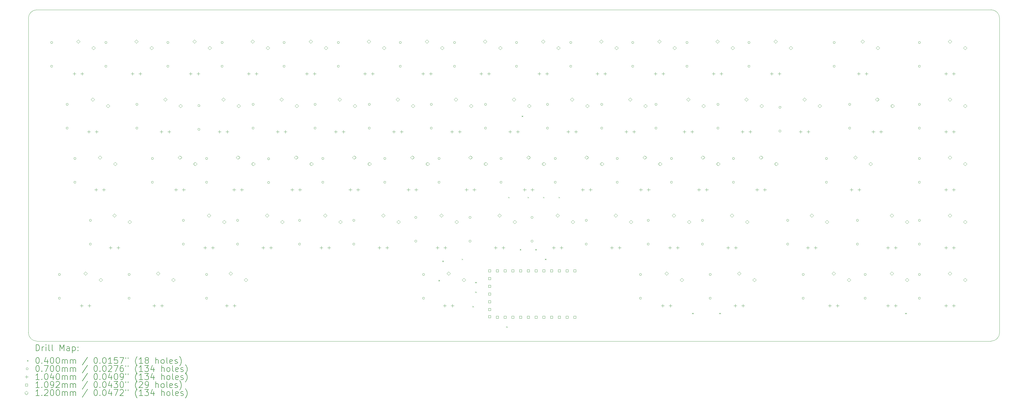
<source format=gbr>
%FSLAX45Y45*%
G04 Gerber Fmt 4.5, Leading zero omitted, Abs format (unit mm)*
G04 Created by KiCad (PCBNEW 6.0.2+dfsg-1) date 2023-02-02 22:32:19*
%MOMM*%
%LPD*%
G01*
G04 APERTURE LIST*
%TA.AperFunction,Profile*%
%ADD10C,0.100000*%
%TD*%
%ADD11C,0.200000*%
%ADD12C,0.040000*%
%ADD13C,0.070000*%
%ADD14C,0.104000*%
%ADD15C,0.109220*%
%ADD16C,0.120000*%
G04 APERTURE END LIST*
D10*
X2538531Y-13204127D02*
X2538531Y-2879050D01*
X34098477Y-13483919D02*
X2818400Y-13483919D01*
X34378269Y-2878973D02*
X34378269Y-13204050D01*
X2818323Y-2599181D02*
X34098400Y-2599181D01*
X2818323Y-2599181D02*
G75*
G03*
X2538531Y-2879050I77J-279869D01*
G01*
X2538531Y-13204127D02*
G75*
G03*
X2818400Y-13483919I279869J77D01*
G01*
X34098477Y-13483919D02*
G75*
G03*
X34378269Y-13204050I-77J279869D01*
G01*
X34378269Y-2878973D02*
G75*
G03*
X34098400Y-2599181I-279869J-77D01*
G01*
D11*
D12*
X15982000Y-11473500D02*
X16022000Y-11513500D01*
X16022000Y-11473500D02*
X15982000Y-11513500D01*
X16109000Y-10838500D02*
X16149000Y-10878500D01*
X16149000Y-10838500D02*
X16109000Y-10878500D01*
X16744000Y-10775000D02*
X16784000Y-10815000D01*
X16784000Y-10775000D02*
X16744000Y-10815000D01*
X17093250Y-12330750D02*
X17133250Y-12370750D01*
X17133250Y-12330750D02*
X17093250Y-12370750D01*
X17188500Y-11537000D02*
X17228500Y-11577000D01*
X17228500Y-11537000D02*
X17188500Y-11577000D01*
X17188500Y-11854500D02*
X17228500Y-11894500D01*
X17228500Y-11854500D02*
X17188500Y-11894500D01*
X18204500Y-12997500D02*
X18244500Y-13037500D01*
X18244500Y-12997500D02*
X18204500Y-13037500D01*
X18268000Y-8743000D02*
X18308000Y-8783000D01*
X18308000Y-8743000D02*
X18268000Y-8783000D01*
X18649000Y-10457500D02*
X18689000Y-10497500D01*
X18689000Y-10457500D02*
X18649000Y-10497500D01*
X18712500Y-6076000D02*
X18752500Y-6116000D01*
X18752500Y-6076000D02*
X18712500Y-6116000D01*
X18903000Y-8743000D02*
X18943000Y-8783000D01*
X18943000Y-8743000D02*
X18903000Y-8783000D01*
X19157000Y-10457500D02*
X19197000Y-10497500D01*
X19197000Y-10457500D02*
X19157000Y-10497500D01*
X19411000Y-8743000D02*
X19451000Y-8783000D01*
X19451000Y-8743000D02*
X19411000Y-8783000D01*
X19474500Y-10775000D02*
X19514500Y-10815000D01*
X19514500Y-10775000D02*
X19474500Y-10815000D01*
X19919000Y-8743000D02*
X19959000Y-8783000D01*
X19959000Y-8743000D02*
X19919000Y-8783000D01*
X24300500Y-12553000D02*
X24340500Y-12593000D01*
X24340500Y-12553000D02*
X24300500Y-12593000D01*
X25189500Y-12553000D02*
X25229500Y-12593000D01*
X25229500Y-12553000D02*
X25189500Y-12593000D01*
X31285500Y-12553000D02*
X31325500Y-12593000D01*
X31325500Y-12553000D02*
X31285500Y-12593000D01*
D13*
X3337000Y-3674000D02*
G75*
G03*
X3337000Y-3674000I-35000J0D01*
G01*
X3337000Y-4454000D02*
G75*
G03*
X3337000Y-4454000I-35000J0D01*
G01*
X3591000Y-11294000D02*
G75*
G03*
X3591000Y-11294000I-35000J0D01*
G01*
X3591000Y-12074000D02*
G75*
G03*
X3591000Y-12074000I-35000J0D01*
G01*
X3845000Y-5706000D02*
G75*
G03*
X3845000Y-5706000I-35000J0D01*
G01*
X3845000Y-6486000D02*
G75*
G03*
X3845000Y-6486000I-35000J0D01*
G01*
X4099000Y-7484000D02*
G75*
G03*
X4099000Y-7484000I-35000J0D01*
G01*
X4099000Y-8264000D02*
G75*
G03*
X4099000Y-8264000I-35000J0D01*
G01*
X4607000Y-9516000D02*
G75*
G03*
X4607000Y-9516000I-35000J0D01*
G01*
X4607000Y-10296000D02*
G75*
G03*
X4607000Y-10296000I-35000J0D01*
G01*
X5115000Y-3674000D02*
G75*
G03*
X5115000Y-3674000I-35000J0D01*
G01*
X5115000Y-4454000D02*
G75*
G03*
X5115000Y-4454000I-35000J0D01*
G01*
X5877000Y-11294000D02*
G75*
G03*
X5877000Y-11294000I-35000J0D01*
G01*
X5877000Y-12074000D02*
G75*
G03*
X5877000Y-12074000I-35000J0D01*
G01*
X6131000Y-5706000D02*
G75*
G03*
X6131000Y-5706000I-35000J0D01*
G01*
X6131000Y-6486000D02*
G75*
G03*
X6131000Y-6486000I-35000J0D01*
G01*
X6639000Y-7484000D02*
G75*
G03*
X6639000Y-7484000I-35000J0D01*
G01*
X6639000Y-8264000D02*
G75*
G03*
X6639000Y-8264000I-35000J0D01*
G01*
X7147000Y-3674000D02*
G75*
G03*
X7147000Y-3674000I-35000J0D01*
G01*
X7147000Y-4454000D02*
G75*
G03*
X7147000Y-4454000I-35000J0D01*
G01*
X7655000Y-9516000D02*
G75*
G03*
X7655000Y-9516000I-35000J0D01*
G01*
X7655000Y-10296000D02*
G75*
G03*
X7655000Y-10296000I-35000J0D01*
G01*
X8163000Y-5746550D02*
G75*
G03*
X8163000Y-5746550I-35000J0D01*
G01*
X8163000Y-6526550D02*
G75*
G03*
X8163000Y-6526550I-35000J0D01*
G01*
X8417000Y-7484000D02*
G75*
G03*
X8417000Y-7484000I-35000J0D01*
G01*
X8417000Y-8264000D02*
G75*
G03*
X8417000Y-8264000I-35000J0D01*
G01*
X8417000Y-11294000D02*
G75*
G03*
X8417000Y-11294000I-35000J0D01*
G01*
X8417000Y-12074000D02*
G75*
G03*
X8417000Y-12074000I-35000J0D01*
G01*
X8925000Y-3674000D02*
G75*
G03*
X8925000Y-3674000I-35000J0D01*
G01*
X8925000Y-4454000D02*
G75*
G03*
X8925000Y-4454000I-35000J0D01*
G01*
X9433000Y-9516000D02*
G75*
G03*
X9433000Y-9516000I-35000J0D01*
G01*
X9433000Y-10296000D02*
G75*
G03*
X9433000Y-10296000I-35000J0D01*
G01*
X9941000Y-5706000D02*
G75*
G03*
X9941000Y-5706000I-35000J0D01*
G01*
X9941000Y-6486000D02*
G75*
G03*
X9941000Y-6486000I-35000J0D01*
G01*
X10449000Y-7494050D02*
G75*
G03*
X10449000Y-7494050I-35000J0D01*
G01*
X10449000Y-8274050D02*
G75*
G03*
X10449000Y-8274050I-35000J0D01*
G01*
X10957000Y-3674000D02*
G75*
G03*
X10957000Y-3674000I-35000J0D01*
G01*
X10957000Y-4454000D02*
G75*
G03*
X10957000Y-4454000I-35000J0D01*
G01*
X11465000Y-9516000D02*
G75*
G03*
X11465000Y-9516000I-35000J0D01*
G01*
X11465000Y-10296000D02*
G75*
G03*
X11465000Y-10296000I-35000J0D01*
G01*
X11973000Y-5706000D02*
G75*
G03*
X11973000Y-5706000I-35000J0D01*
G01*
X11973000Y-6486000D02*
G75*
G03*
X11973000Y-6486000I-35000J0D01*
G01*
X12227000Y-7484000D02*
G75*
G03*
X12227000Y-7484000I-35000J0D01*
G01*
X12227000Y-8264000D02*
G75*
G03*
X12227000Y-8264000I-35000J0D01*
G01*
X12735000Y-3674000D02*
G75*
G03*
X12735000Y-3674000I-35000J0D01*
G01*
X12735000Y-4454000D02*
G75*
G03*
X12735000Y-4454000I-35000J0D01*
G01*
X13243000Y-9516000D02*
G75*
G03*
X13243000Y-9516000I-35000J0D01*
G01*
X13243000Y-10296000D02*
G75*
G03*
X13243000Y-10296000I-35000J0D01*
G01*
X13751000Y-5706000D02*
G75*
G03*
X13751000Y-5706000I-35000J0D01*
G01*
X13751000Y-6486000D02*
G75*
G03*
X13751000Y-6486000I-35000J0D01*
G01*
X14259000Y-7484000D02*
G75*
G03*
X14259000Y-7484000I-35000J0D01*
G01*
X14259000Y-8264000D02*
G75*
G03*
X14259000Y-8264000I-35000J0D01*
G01*
X14767000Y-3674000D02*
G75*
G03*
X14767000Y-3674000I-35000J0D01*
G01*
X14767000Y-4454000D02*
G75*
G03*
X14767000Y-4454000I-35000J0D01*
G01*
X15275000Y-9419500D02*
G75*
G03*
X15275000Y-9419500I-35000J0D01*
G01*
X15275000Y-10199500D02*
G75*
G03*
X15275000Y-10199500I-35000J0D01*
G01*
X15529000Y-11294000D02*
G75*
G03*
X15529000Y-11294000I-35000J0D01*
G01*
X15529000Y-12074000D02*
G75*
G03*
X15529000Y-12074000I-35000J0D01*
G01*
X15783000Y-5706000D02*
G75*
G03*
X15783000Y-5706000I-35000J0D01*
G01*
X15783000Y-6486000D02*
G75*
G03*
X15783000Y-6486000I-35000J0D01*
G01*
X16037000Y-7484000D02*
G75*
G03*
X16037000Y-7484000I-35000J0D01*
G01*
X16037000Y-8264000D02*
G75*
G03*
X16037000Y-8264000I-35000J0D01*
G01*
X16545000Y-3674000D02*
G75*
G03*
X16545000Y-3674000I-35000J0D01*
G01*
X16545000Y-4454000D02*
G75*
G03*
X16545000Y-4454000I-35000J0D01*
G01*
X17053000Y-9419500D02*
G75*
G03*
X17053000Y-9419500I-35000J0D01*
G01*
X17053000Y-10199500D02*
G75*
G03*
X17053000Y-10199500I-35000J0D01*
G01*
X17561000Y-5706000D02*
G75*
G03*
X17561000Y-5706000I-35000J0D01*
G01*
X17561000Y-6486000D02*
G75*
G03*
X17561000Y-6486000I-35000J0D01*
G01*
X18069000Y-7484000D02*
G75*
G03*
X18069000Y-7484000I-35000J0D01*
G01*
X18069000Y-8264000D02*
G75*
G03*
X18069000Y-8264000I-35000J0D01*
G01*
X18577000Y-3674000D02*
G75*
G03*
X18577000Y-3674000I-35000J0D01*
G01*
X18577000Y-4454000D02*
G75*
G03*
X18577000Y-4454000I-35000J0D01*
G01*
X19085000Y-9419500D02*
G75*
G03*
X19085000Y-9419500I-35000J0D01*
G01*
X19085000Y-10199500D02*
G75*
G03*
X19085000Y-10199500I-35000J0D01*
G01*
X19593000Y-5706000D02*
G75*
G03*
X19593000Y-5706000I-35000J0D01*
G01*
X19593000Y-6486000D02*
G75*
G03*
X19593000Y-6486000I-35000J0D01*
G01*
X19847000Y-7484000D02*
G75*
G03*
X19847000Y-7484000I-35000J0D01*
G01*
X19847000Y-8264000D02*
G75*
G03*
X19847000Y-8264000I-35000J0D01*
G01*
X20355000Y-3674000D02*
G75*
G03*
X20355000Y-3674000I-35000J0D01*
G01*
X20355000Y-4454000D02*
G75*
G03*
X20355000Y-4454000I-35000J0D01*
G01*
X20863000Y-9516000D02*
G75*
G03*
X20863000Y-9516000I-35000J0D01*
G01*
X20863000Y-10296000D02*
G75*
G03*
X20863000Y-10296000I-35000J0D01*
G01*
X21371000Y-5706000D02*
G75*
G03*
X21371000Y-5706000I-35000J0D01*
G01*
X21371000Y-6486000D02*
G75*
G03*
X21371000Y-6486000I-35000J0D01*
G01*
X21879000Y-7484000D02*
G75*
G03*
X21879000Y-7484000I-35000J0D01*
G01*
X21879000Y-8264000D02*
G75*
G03*
X21879000Y-8264000I-35000J0D01*
G01*
X22387000Y-3674000D02*
G75*
G03*
X22387000Y-3674000I-35000J0D01*
G01*
X22387000Y-4454000D02*
G75*
G03*
X22387000Y-4454000I-35000J0D01*
G01*
X22641000Y-11294000D02*
G75*
G03*
X22641000Y-11294000I-35000J0D01*
G01*
X22641000Y-12074000D02*
G75*
G03*
X22641000Y-12074000I-35000J0D01*
G01*
X22895000Y-9516000D02*
G75*
G03*
X22895000Y-9516000I-35000J0D01*
G01*
X22895000Y-10296000D02*
G75*
G03*
X22895000Y-10296000I-35000J0D01*
G01*
X23149000Y-5706000D02*
G75*
G03*
X23149000Y-5706000I-35000J0D01*
G01*
X23149000Y-6486000D02*
G75*
G03*
X23149000Y-6486000I-35000J0D01*
G01*
X23657000Y-7484000D02*
G75*
G03*
X23657000Y-7484000I-35000J0D01*
G01*
X23657000Y-8264000D02*
G75*
G03*
X23657000Y-8264000I-35000J0D01*
G01*
X24165000Y-3674000D02*
G75*
G03*
X24165000Y-3674000I-35000J0D01*
G01*
X24165000Y-4454000D02*
G75*
G03*
X24165000Y-4454000I-35000J0D01*
G01*
X24673000Y-9516000D02*
G75*
G03*
X24673000Y-9516000I-35000J0D01*
G01*
X24673000Y-10296000D02*
G75*
G03*
X24673000Y-10296000I-35000J0D01*
G01*
X24927000Y-11294000D02*
G75*
G03*
X24927000Y-11294000I-35000J0D01*
G01*
X24927000Y-12074000D02*
G75*
G03*
X24927000Y-12074000I-35000J0D01*
G01*
X25181000Y-5706000D02*
G75*
G03*
X25181000Y-5706000I-35000J0D01*
G01*
X25181000Y-6486000D02*
G75*
G03*
X25181000Y-6486000I-35000J0D01*
G01*
X25689000Y-7484000D02*
G75*
G03*
X25689000Y-7484000I-35000J0D01*
G01*
X25689000Y-8264000D02*
G75*
G03*
X25689000Y-8264000I-35000J0D01*
G01*
X26197000Y-3674000D02*
G75*
G03*
X26197000Y-3674000I-35000J0D01*
G01*
X26197000Y-4454000D02*
G75*
G03*
X26197000Y-4454000I-35000J0D01*
G01*
X27213000Y-5802500D02*
G75*
G03*
X27213000Y-5802500I-35000J0D01*
G01*
X27213000Y-6582500D02*
G75*
G03*
X27213000Y-6582500I-35000J0D01*
G01*
X27467000Y-9516000D02*
G75*
G03*
X27467000Y-9516000I-35000J0D01*
G01*
X27467000Y-10296000D02*
G75*
G03*
X27467000Y-10296000I-35000J0D01*
G01*
X27975000Y-11294000D02*
G75*
G03*
X27975000Y-11294000I-35000J0D01*
G01*
X27975000Y-12074000D02*
G75*
G03*
X27975000Y-12074000I-35000J0D01*
G01*
X28737000Y-7484000D02*
G75*
G03*
X28737000Y-7484000I-35000J0D01*
G01*
X28737000Y-8264000D02*
G75*
G03*
X28737000Y-8264000I-35000J0D01*
G01*
X28991000Y-3674000D02*
G75*
G03*
X28991000Y-3674000I-35000J0D01*
G01*
X28991000Y-4454000D02*
G75*
G03*
X28991000Y-4454000I-35000J0D01*
G01*
X29499000Y-5706000D02*
G75*
G03*
X29499000Y-5706000I-35000J0D01*
G01*
X29499000Y-6486000D02*
G75*
G03*
X29499000Y-6486000I-35000J0D01*
G01*
X29753000Y-9516000D02*
G75*
G03*
X29753000Y-9516000I-35000J0D01*
G01*
X29753000Y-10296000D02*
G75*
G03*
X29753000Y-10296000I-35000J0D01*
G01*
X30007000Y-11294000D02*
G75*
G03*
X30007000Y-11294000I-35000J0D01*
G01*
X30007000Y-12074000D02*
G75*
G03*
X30007000Y-12074000I-35000J0D01*
G01*
X31785000Y-3674000D02*
G75*
G03*
X31785000Y-3674000I-35000J0D01*
G01*
X31785000Y-4454000D02*
G75*
G03*
X31785000Y-4454000I-35000J0D01*
G01*
X31785000Y-5706000D02*
G75*
G03*
X31785000Y-5706000I-35000J0D01*
G01*
X31785000Y-6486000D02*
G75*
G03*
X31785000Y-6486000I-35000J0D01*
G01*
X31785000Y-7484000D02*
G75*
G03*
X31785000Y-7484000I-35000J0D01*
G01*
X31785000Y-8264000D02*
G75*
G03*
X31785000Y-8264000I-35000J0D01*
G01*
X31785000Y-9516000D02*
G75*
G03*
X31785000Y-9516000I-35000J0D01*
G01*
X31785000Y-10296000D02*
G75*
G03*
X31785000Y-10296000I-35000J0D01*
G01*
X31785000Y-11294000D02*
G75*
G03*
X31785000Y-11294000I-35000J0D01*
G01*
X31785000Y-12074000D02*
G75*
G03*
X31785000Y-12074000I-35000J0D01*
G01*
D14*
X4043900Y-4649550D02*
X4043900Y-4753550D01*
X3991900Y-4701550D02*
X4095900Y-4701550D01*
X4282025Y-12269550D02*
X4282025Y-12373550D01*
X4230025Y-12321550D02*
X4334025Y-12321550D01*
X4297900Y-4649550D02*
X4297900Y-4753550D01*
X4245900Y-4701550D02*
X4349900Y-4701550D01*
X4520150Y-6554550D02*
X4520150Y-6658550D01*
X4468150Y-6606550D02*
X4572150Y-6606550D01*
X4536025Y-12269550D02*
X4536025Y-12373550D01*
X4484025Y-12321550D02*
X4588025Y-12321550D01*
X4758275Y-8459550D02*
X4758275Y-8563550D01*
X4706275Y-8511550D02*
X4810275Y-8511550D01*
X4774150Y-6554550D02*
X4774150Y-6658550D01*
X4722150Y-6606550D02*
X4826150Y-6606550D01*
X5012275Y-8459550D02*
X5012275Y-8563550D01*
X4960275Y-8511550D02*
X5064275Y-8511550D01*
X5234525Y-10364550D02*
X5234525Y-10468550D01*
X5182525Y-10416550D02*
X5286525Y-10416550D01*
X5488525Y-10364550D02*
X5488525Y-10468550D01*
X5436525Y-10416550D02*
X5540525Y-10416550D01*
X5948900Y-4649550D02*
X5948900Y-4753550D01*
X5896900Y-4701550D02*
X6000900Y-4701550D01*
X6202900Y-4649550D02*
X6202900Y-4753550D01*
X6150900Y-4701550D02*
X6254900Y-4701550D01*
X6663275Y-12269550D02*
X6663275Y-12373550D01*
X6611275Y-12321550D02*
X6715275Y-12321550D01*
X6901400Y-6554550D02*
X6901400Y-6658550D01*
X6849400Y-6606550D02*
X6953400Y-6606550D01*
X6917275Y-12269550D02*
X6917275Y-12373550D01*
X6865275Y-12321550D02*
X6969275Y-12321550D01*
X7155400Y-6554550D02*
X7155400Y-6658550D01*
X7103400Y-6606550D02*
X7207400Y-6606550D01*
X7377650Y-8459550D02*
X7377650Y-8563550D01*
X7325650Y-8511550D02*
X7429650Y-8511550D01*
X7631650Y-8459550D02*
X7631650Y-8563550D01*
X7579650Y-8511550D02*
X7683650Y-8511550D01*
X7853900Y-4649550D02*
X7853900Y-4753550D01*
X7801900Y-4701550D02*
X7905900Y-4701550D01*
X8107900Y-4649550D02*
X8107900Y-4753550D01*
X8055900Y-4701550D02*
X8159900Y-4701550D01*
X8330150Y-10364550D02*
X8330150Y-10468550D01*
X8278150Y-10416550D02*
X8382150Y-10416550D01*
X8584150Y-10364550D02*
X8584150Y-10468550D01*
X8532150Y-10416550D02*
X8636150Y-10416550D01*
X8806400Y-6554550D02*
X8806400Y-6658550D01*
X8754400Y-6606550D02*
X8858400Y-6606550D01*
X9044525Y-12269550D02*
X9044525Y-12373550D01*
X8992525Y-12321550D02*
X9096525Y-12321550D01*
X9060400Y-6554550D02*
X9060400Y-6658550D01*
X9008400Y-6606550D02*
X9112400Y-6606550D01*
X9282650Y-8459550D02*
X9282650Y-8563550D01*
X9230650Y-8511550D02*
X9334650Y-8511550D01*
X9298525Y-12269550D02*
X9298525Y-12373550D01*
X9246525Y-12321550D02*
X9350525Y-12321550D01*
X9536650Y-8459550D02*
X9536650Y-8563550D01*
X9484650Y-8511550D02*
X9588650Y-8511550D01*
X9758900Y-4649550D02*
X9758900Y-4753550D01*
X9706900Y-4701550D02*
X9810900Y-4701550D01*
X10012900Y-4649550D02*
X10012900Y-4753550D01*
X9960900Y-4701550D02*
X10064900Y-4701550D01*
X10235150Y-10364550D02*
X10235150Y-10468550D01*
X10183150Y-10416550D02*
X10287150Y-10416550D01*
X10489150Y-10364550D02*
X10489150Y-10468550D01*
X10437150Y-10416550D02*
X10541150Y-10416550D01*
X10711400Y-6554550D02*
X10711400Y-6658550D01*
X10659400Y-6606550D02*
X10763400Y-6606550D01*
X10965400Y-6554550D02*
X10965400Y-6658550D01*
X10913400Y-6606550D02*
X11017400Y-6606550D01*
X11187650Y-8459550D02*
X11187650Y-8563550D01*
X11135650Y-8511550D02*
X11239650Y-8511550D01*
X11441650Y-8459550D02*
X11441650Y-8563550D01*
X11389650Y-8511550D02*
X11493650Y-8511550D01*
X11663900Y-4649550D02*
X11663900Y-4753550D01*
X11611900Y-4701550D02*
X11715900Y-4701550D01*
X11917900Y-4649550D02*
X11917900Y-4753550D01*
X11865900Y-4701550D02*
X11969900Y-4701550D01*
X12140150Y-10364550D02*
X12140150Y-10468550D01*
X12088150Y-10416550D02*
X12192150Y-10416550D01*
X12394150Y-10364550D02*
X12394150Y-10468550D01*
X12342150Y-10416550D02*
X12446150Y-10416550D01*
X12616400Y-6554550D02*
X12616400Y-6658550D01*
X12564400Y-6606550D02*
X12668400Y-6606550D01*
X12870400Y-6554550D02*
X12870400Y-6658550D01*
X12818400Y-6606550D02*
X12922400Y-6606550D01*
X13092650Y-8459550D02*
X13092650Y-8563550D01*
X13040650Y-8511550D02*
X13144650Y-8511550D01*
X13346650Y-8459550D02*
X13346650Y-8563550D01*
X13294650Y-8511550D02*
X13398650Y-8511550D01*
X13568900Y-4649550D02*
X13568900Y-4753550D01*
X13516900Y-4701550D02*
X13620900Y-4701550D01*
X13822900Y-4649550D02*
X13822900Y-4753550D01*
X13770900Y-4701550D02*
X13874900Y-4701550D01*
X14045150Y-10364550D02*
X14045150Y-10468550D01*
X13993150Y-10416550D02*
X14097150Y-10416550D01*
X14299150Y-10364550D02*
X14299150Y-10468550D01*
X14247150Y-10416550D02*
X14351150Y-10416550D01*
X14521400Y-6554550D02*
X14521400Y-6658550D01*
X14469400Y-6606550D02*
X14573400Y-6606550D01*
X14775400Y-6554550D02*
X14775400Y-6658550D01*
X14723400Y-6606550D02*
X14827400Y-6606550D01*
X14997650Y-8459550D02*
X14997650Y-8563550D01*
X14945650Y-8511550D02*
X15049650Y-8511550D01*
X15251650Y-8459550D02*
X15251650Y-8563550D01*
X15199650Y-8511550D02*
X15303650Y-8511550D01*
X15473900Y-4649550D02*
X15473900Y-4753550D01*
X15421900Y-4701550D02*
X15525900Y-4701550D01*
X15727900Y-4649550D02*
X15727900Y-4753550D01*
X15675900Y-4701550D02*
X15779900Y-4701550D01*
X15950150Y-10364550D02*
X15950150Y-10468550D01*
X15898150Y-10416550D02*
X16002150Y-10416550D01*
X16188275Y-12269550D02*
X16188275Y-12373550D01*
X16136275Y-12321550D02*
X16240275Y-12321550D01*
X16204150Y-10364550D02*
X16204150Y-10468550D01*
X16152150Y-10416550D02*
X16256150Y-10416550D01*
X16426400Y-6554550D02*
X16426400Y-6658550D01*
X16374400Y-6606550D02*
X16478400Y-6606550D01*
X16442275Y-12269550D02*
X16442275Y-12373550D01*
X16390275Y-12321550D02*
X16494275Y-12321550D01*
X16680400Y-6554550D02*
X16680400Y-6658550D01*
X16628400Y-6606550D02*
X16732400Y-6606550D01*
X16902650Y-8459550D02*
X16902650Y-8563550D01*
X16850650Y-8511550D02*
X16954650Y-8511550D01*
X17156650Y-8459550D02*
X17156650Y-8563550D01*
X17104650Y-8511550D02*
X17208650Y-8511550D01*
X17378900Y-4649550D02*
X17378900Y-4753550D01*
X17326900Y-4701550D02*
X17430900Y-4701550D01*
X17632900Y-4649550D02*
X17632900Y-4753550D01*
X17580900Y-4701550D02*
X17684900Y-4701550D01*
X17855150Y-10364550D02*
X17855150Y-10468550D01*
X17803150Y-10416550D02*
X17907150Y-10416550D01*
X18109150Y-10364550D02*
X18109150Y-10468550D01*
X18057150Y-10416550D02*
X18161150Y-10416550D01*
X18331400Y-6554550D02*
X18331400Y-6658550D01*
X18279400Y-6606550D02*
X18383400Y-6606550D01*
X18585400Y-6554550D02*
X18585400Y-6658550D01*
X18533400Y-6606550D02*
X18637400Y-6606550D01*
X18807650Y-8459550D02*
X18807650Y-8563550D01*
X18755650Y-8511550D02*
X18859650Y-8511550D01*
X19061650Y-8459550D02*
X19061650Y-8563550D01*
X19009650Y-8511550D02*
X19113650Y-8511550D01*
X19283900Y-4649550D02*
X19283900Y-4753550D01*
X19231900Y-4701550D02*
X19335900Y-4701550D01*
X19537900Y-4649550D02*
X19537900Y-4753550D01*
X19485900Y-4701550D02*
X19589900Y-4701550D01*
X19760150Y-10364550D02*
X19760150Y-10468550D01*
X19708150Y-10416550D02*
X19812150Y-10416550D01*
X20014150Y-10364550D02*
X20014150Y-10468550D01*
X19962150Y-10416550D02*
X20066150Y-10416550D01*
X20236400Y-6554550D02*
X20236400Y-6658550D01*
X20184400Y-6606550D02*
X20288400Y-6606550D01*
X20490400Y-6554550D02*
X20490400Y-6658550D01*
X20438400Y-6606550D02*
X20542400Y-6606550D01*
X20712650Y-8459550D02*
X20712650Y-8563550D01*
X20660650Y-8511550D02*
X20764650Y-8511550D01*
X20966650Y-8459550D02*
X20966650Y-8563550D01*
X20914650Y-8511550D02*
X21018650Y-8511550D01*
X21188900Y-4649550D02*
X21188900Y-4753550D01*
X21136900Y-4701550D02*
X21240900Y-4701550D01*
X21442900Y-4649550D02*
X21442900Y-4753550D01*
X21390900Y-4701550D02*
X21494900Y-4701550D01*
X21665150Y-10364550D02*
X21665150Y-10468550D01*
X21613150Y-10416550D02*
X21717150Y-10416550D01*
X21919150Y-10364550D02*
X21919150Y-10468550D01*
X21867150Y-10416550D02*
X21971150Y-10416550D01*
X22141400Y-6554550D02*
X22141400Y-6658550D01*
X22089400Y-6606550D02*
X22193400Y-6606550D01*
X22395400Y-6554550D02*
X22395400Y-6658550D01*
X22343400Y-6606550D02*
X22447400Y-6606550D01*
X22617650Y-8459550D02*
X22617650Y-8563550D01*
X22565650Y-8511550D02*
X22669650Y-8511550D01*
X22871650Y-8459550D02*
X22871650Y-8563550D01*
X22819650Y-8511550D02*
X22923650Y-8511550D01*
X23093900Y-4649550D02*
X23093900Y-4753550D01*
X23041900Y-4701550D02*
X23145900Y-4701550D01*
X23332025Y-12269550D02*
X23332025Y-12373550D01*
X23280025Y-12321550D02*
X23384025Y-12321550D01*
X23347900Y-4649550D02*
X23347900Y-4753550D01*
X23295900Y-4701550D02*
X23399900Y-4701550D01*
X23570150Y-10364550D02*
X23570150Y-10468550D01*
X23518150Y-10416550D02*
X23622150Y-10416550D01*
X23586025Y-12269550D02*
X23586025Y-12373550D01*
X23534025Y-12321550D02*
X23638025Y-12321550D01*
X23824150Y-10364550D02*
X23824150Y-10468550D01*
X23772150Y-10416550D02*
X23876150Y-10416550D01*
X24046400Y-6554550D02*
X24046400Y-6658550D01*
X23994400Y-6606550D02*
X24098400Y-6606550D01*
X24300400Y-6554550D02*
X24300400Y-6658550D01*
X24248400Y-6606550D02*
X24352400Y-6606550D01*
X24522650Y-8459550D02*
X24522650Y-8563550D01*
X24470650Y-8511550D02*
X24574650Y-8511550D01*
X24776650Y-8459550D02*
X24776650Y-8563550D01*
X24724650Y-8511550D02*
X24828650Y-8511550D01*
X24998900Y-4649550D02*
X24998900Y-4753550D01*
X24946900Y-4701550D02*
X25050900Y-4701550D01*
X25252900Y-4649550D02*
X25252900Y-4753550D01*
X25200900Y-4701550D02*
X25304900Y-4701550D01*
X25475150Y-10364550D02*
X25475150Y-10468550D01*
X25423150Y-10416550D02*
X25527150Y-10416550D01*
X25713275Y-12269550D02*
X25713275Y-12373550D01*
X25661275Y-12321550D02*
X25765275Y-12321550D01*
X25729150Y-10364550D02*
X25729150Y-10468550D01*
X25677150Y-10416550D02*
X25781150Y-10416550D01*
X25951400Y-6554550D02*
X25951400Y-6658550D01*
X25899400Y-6606550D02*
X26003400Y-6606550D01*
X25967275Y-12269550D02*
X25967275Y-12373550D01*
X25915275Y-12321550D02*
X26019275Y-12321550D01*
X26205400Y-6554550D02*
X26205400Y-6658550D01*
X26153400Y-6606550D02*
X26257400Y-6606550D01*
X26427650Y-8459550D02*
X26427650Y-8563550D01*
X26375650Y-8511550D02*
X26479650Y-8511550D01*
X26681650Y-8459550D02*
X26681650Y-8563550D01*
X26629650Y-8511550D02*
X26733650Y-8511550D01*
X26903900Y-4649550D02*
X26903900Y-4753550D01*
X26851900Y-4701550D02*
X26955900Y-4701550D01*
X27157900Y-4649550D02*
X27157900Y-4753550D01*
X27105900Y-4701550D02*
X27209900Y-4701550D01*
X27856400Y-6554550D02*
X27856400Y-6658550D01*
X27804400Y-6606550D02*
X27908400Y-6606550D01*
X28094525Y-10364550D02*
X28094525Y-10468550D01*
X28042525Y-10416550D02*
X28146525Y-10416550D01*
X28110400Y-6554550D02*
X28110400Y-6658550D01*
X28058400Y-6606550D02*
X28162400Y-6606550D01*
X28348525Y-10364550D02*
X28348525Y-10468550D01*
X28296525Y-10416550D02*
X28400525Y-10416550D01*
X28808900Y-12269550D02*
X28808900Y-12373550D01*
X28756900Y-12321550D02*
X28860900Y-12321550D01*
X29062900Y-12269550D02*
X29062900Y-12373550D01*
X29010900Y-12321550D02*
X29114900Y-12321550D01*
X29523275Y-8459550D02*
X29523275Y-8563550D01*
X29471275Y-8511550D02*
X29575275Y-8511550D01*
X29761400Y-4649550D02*
X29761400Y-4753550D01*
X29709400Y-4701550D02*
X29813400Y-4701550D01*
X29777275Y-8459550D02*
X29777275Y-8563550D01*
X29725275Y-8511550D02*
X29829275Y-8511550D01*
X30015400Y-4649550D02*
X30015400Y-4753550D01*
X29963400Y-4701550D02*
X30067400Y-4701550D01*
X30237650Y-6554550D02*
X30237650Y-6658550D01*
X30185650Y-6606550D02*
X30289650Y-6606550D01*
X30491650Y-6554550D02*
X30491650Y-6658550D01*
X30439650Y-6606550D02*
X30543650Y-6606550D01*
X30713900Y-10364550D02*
X30713900Y-10468550D01*
X30661900Y-10416550D02*
X30765900Y-10416550D01*
X30713900Y-12269550D02*
X30713900Y-12373550D01*
X30661900Y-12321550D02*
X30765900Y-12321550D01*
X30967900Y-10364550D02*
X30967900Y-10468550D01*
X30915900Y-10416550D02*
X31019900Y-10416550D01*
X30967900Y-12269550D02*
X30967900Y-12373550D01*
X30915900Y-12321550D02*
X31019900Y-12321550D01*
X32618900Y-4649550D02*
X32618900Y-4753550D01*
X32566900Y-4701550D02*
X32670900Y-4701550D01*
X32618900Y-6554550D02*
X32618900Y-6658550D01*
X32566900Y-6606550D02*
X32670900Y-6606550D01*
X32618900Y-8459550D02*
X32618900Y-8563550D01*
X32566900Y-8511550D02*
X32670900Y-8511550D01*
X32618900Y-10364550D02*
X32618900Y-10468550D01*
X32566900Y-10416550D02*
X32670900Y-10416550D01*
X32618900Y-12269550D02*
X32618900Y-12373550D01*
X32566900Y-12321550D02*
X32670900Y-12321550D01*
X32872900Y-4649550D02*
X32872900Y-4753550D01*
X32820900Y-4701550D02*
X32924900Y-4701550D01*
X32872900Y-6554550D02*
X32872900Y-6658550D01*
X32820900Y-6606550D02*
X32924900Y-6606550D01*
X32872900Y-8459550D02*
X32872900Y-8563550D01*
X32820900Y-8511550D02*
X32924900Y-8511550D01*
X32872900Y-10364550D02*
X32872900Y-10468550D01*
X32820900Y-10416550D02*
X32924900Y-10416550D01*
X32872900Y-12269550D02*
X32872900Y-12373550D01*
X32820900Y-12321550D02*
X32924900Y-12321550D01*
D15*
X17691616Y-11214615D02*
X17691616Y-11137385D01*
X17614385Y-11137385D01*
X17614385Y-11214615D01*
X17691616Y-11214615D01*
X17691616Y-11468615D02*
X17691616Y-11391384D01*
X17614385Y-11391384D01*
X17614385Y-11468615D01*
X17691616Y-11468615D01*
X17691616Y-11722615D02*
X17691616Y-11645384D01*
X17614385Y-11645384D01*
X17614385Y-11722615D01*
X17691616Y-11722615D01*
X17691616Y-11976615D02*
X17691616Y-11899384D01*
X17614385Y-11899384D01*
X17614385Y-11976615D01*
X17691616Y-11976615D01*
X17691616Y-12230615D02*
X17691616Y-12153384D01*
X17614385Y-12153384D01*
X17614385Y-12230615D01*
X17691616Y-12230615D01*
X17691616Y-12484615D02*
X17691616Y-12407384D01*
X17614385Y-12407384D01*
X17614385Y-12484615D01*
X17691616Y-12484615D01*
X17691616Y-12715755D02*
X17691616Y-12638524D01*
X17614385Y-12638524D01*
X17614385Y-12715755D01*
X17691616Y-12715755D01*
X17945616Y-11214615D02*
X17945616Y-11137385D01*
X17868385Y-11137385D01*
X17868385Y-11214615D01*
X17945616Y-11214615D01*
X17945616Y-12738615D02*
X17945616Y-12661384D01*
X17868385Y-12661384D01*
X17868385Y-12738615D01*
X17945616Y-12738615D01*
X18199616Y-11214615D02*
X18199616Y-11137385D01*
X18122385Y-11137385D01*
X18122385Y-11214615D01*
X18199616Y-11214615D01*
X18199616Y-12738615D02*
X18199616Y-12661384D01*
X18122385Y-12661384D01*
X18122385Y-12738615D01*
X18199616Y-12738615D01*
X18453616Y-11214615D02*
X18453616Y-11137385D01*
X18376385Y-11137385D01*
X18376385Y-11214615D01*
X18453616Y-11214615D01*
X18453616Y-12738615D02*
X18453616Y-12661384D01*
X18376385Y-12661384D01*
X18376385Y-12738615D01*
X18453616Y-12738615D01*
X18707616Y-11214615D02*
X18707616Y-11137385D01*
X18630385Y-11137385D01*
X18630385Y-11214615D01*
X18707616Y-11214615D01*
X18707616Y-12738615D02*
X18707616Y-12661384D01*
X18630385Y-12661384D01*
X18630385Y-12738615D01*
X18707616Y-12738615D01*
X18961616Y-11214615D02*
X18961616Y-11137385D01*
X18884385Y-11137385D01*
X18884385Y-11214615D01*
X18961616Y-11214615D01*
X18961616Y-12738615D02*
X18961616Y-12661384D01*
X18884385Y-12661384D01*
X18884385Y-12738615D01*
X18961616Y-12738615D01*
X19215616Y-11214615D02*
X19215616Y-11137385D01*
X19138385Y-11137385D01*
X19138385Y-11214615D01*
X19215616Y-11214615D01*
X19215616Y-12738615D02*
X19215616Y-12661384D01*
X19138385Y-12661384D01*
X19138385Y-12738615D01*
X19215616Y-12738615D01*
X19469616Y-11214615D02*
X19469616Y-11137385D01*
X19392385Y-11137385D01*
X19392385Y-11214615D01*
X19469616Y-11214615D01*
X19469616Y-12738615D02*
X19469616Y-12661384D01*
X19392385Y-12661384D01*
X19392385Y-12738615D01*
X19469616Y-12738615D01*
X19723616Y-11214615D02*
X19723616Y-11137385D01*
X19646385Y-11137385D01*
X19646385Y-11214615D01*
X19723616Y-11214615D01*
X19723616Y-12738615D02*
X19723616Y-12661384D01*
X19646385Y-12661384D01*
X19646385Y-12738615D01*
X19723616Y-12738615D01*
X19977616Y-11214615D02*
X19977616Y-11137385D01*
X19900385Y-11137385D01*
X19900385Y-11214615D01*
X19977616Y-11214615D01*
X19977616Y-12738615D02*
X19977616Y-12661384D01*
X19900385Y-12661384D01*
X19900385Y-12738615D01*
X19977616Y-12738615D01*
X20231616Y-11214615D02*
X20231616Y-11137385D01*
X20154385Y-11137385D01*
X20154385Y-11214615D01*
X20231616Y-11214615D01*
X20231616Y-12738615D02*
X20231616Y-12661384D01*
X20154385Y-12661384D01*
X20154385Y-12738615D01*
X20231616Y-12738615D01*
X20485616Y-11214615D02*
X20485616Y-11137385D01*
X20408385Y-11137385D01*
X20408385Y-11214615D01*
X20485616Y-11214615D01*
X20485616Y-12738615D02*
X20485616Y-12661384D01*
X20408385Y-12661384D01*
X20408385Y-12738615D01*
X20485616Y-12738615D01*
D16*
X4170900Y-3701550D02*
X4230900Y-3641550D01*
X4170900Y-3581550D01*
X4110900Y-3641550D01*
X4170900Y-3701550D01*
X4409025Y-11321550D02*
X4469025Y-11261550D01*
X4409025Y-11201550D01*
X4349025Y-11261550D01*
X4409025Y-11321550D01*
X4647150Y-5606550D02*
X4707150Y-5546550D01*
X4647150Y-5486550D01*
X4587150Y-5546550D01*
X4647150Y-5606550D01*
X4670900Y-3911550D02*
X4730900Y-3851550D01*
X4670900Y-3791550D01*
X4610900Y-3851550D01*
X4670900Y-3911550D01*
X4885275Y-7511550D02*
X4945275Y-7451550D01*
X4885275Y-7391550D01*
X4825275Y-7451550D01*
X4885275Y-7511550D01*
X4909025Y-11531550D02*
X4969025Y-11471550D01*
X4909025Y-11411550D01*
X4849025Y-11471550D01*
X4909025Y-11531550D01*
X5147150Y-5816550D02*
X5207150Y-5756550D01*
X5147150Y-5696550D01*
X5087150Y-5756550D01*
X5147150Y-5816550D01*
X5361525Y-9416550D02*
X5421525Y-9356550D01*
X5361525Y-9296550D01*
X5301525Y-9356550D01*
X5361525Y-9416550D01*
X5385275Y-7721550D02*
X5445275Y-7661550D01*
X5385275Y-7601550D01*
X5325275Y-7661550D01*
X5385275Y-7721550D01*
X5861525Y-9626550D02*
X5921525Y-9566550D01*
X5861525Y-9506550D01*
X5801525Y-9566550D01*
X5861525Y-9626550D01*
X6075900Y-3701550D02*
X6135900Y-3641550D01*
X6075900Y-3581550D01*
X6015900Y-3641550D01*
X6075900Y-3701550D01*
X6575900Y-3911550D02*
X6635900Y-3851550D01*
X6575900Y-3791550D01*
X6515900Y-3851550D01*
X6575900Y-3911550D01*
X6790275Y-11321550D02*
X6850275Y-11261550D01*
X6790275Y-11201550D01*
X6730275Y-11261550D01*
X6790275Y-11321550D01*
X7028400Y-5606550D02*
X7088400Y-5546550D01*
X7028400Y-5486550D01*
X6968400Y-5546550D01*
X7028400Y-5606550D01*
X7290275Y-11531550D02*
X7350275Y-11471550D01*
X7290275Y-11411550D01*
X7230275Y-11471550D01*
X7290275Y-11531550D01*
X7504650Y-7511550D02*
X7564650Y-7451550D01*
X7504650Y-7391550D01*
X7444650Y-7451550D01*
X7504650Y-7511550D01*
X7528400Y-5816550D02*
X7588400Y-5756550D01*
X7528400Y-5696550D01*
X7468400Y-5756550D01*
X7528400Y-5816550D01*
X7980900Y-3701550D02*
X8040900Y-3641550D01*
X7980900Y-3581550D01*
X7920900Y-3641550D01*
X7980900Y-3701550D01*
X8004650Y-7721550D02*
X8064650Y-7661550D01*
X8004650Y-7601550D01*
X7944650Y-7661550D01*
X8004650Y-7721550D01*
X8457150Y-9416550D02*
X8517150Y-9356550D01*
X8457150Y-9296550D01*
X8397150Y-9356550D01*
X8457150Y-9416550D01*
X8480900Y-3911550D02*
X8540900Y-3851550D01*
X8480900Y-3791550D01*
X8420900Y-3851550D01*
X8480900Y-3911550D01*
X8933400Y-5606550D02*
X8993400Y-5546550D01*
X8933400Y-5486550D01*
X8873400Y-5546550D01*
X8933400Y-5606550D01*
X8957150Y-9626550D02*
X9017150Y-9566550D01*
X8957150Y-9506550D01*
X8897150Y-9566550D01*
X8957150Y-9626550D01*
X9171525Y-11321550D02*
X9231525Y-11261550D01*
X9171525Y-11201550D01*
X9111525Y-11261550D01*
X9171525Y-11321550D01*
X9409650Y-7511550D02*
X9469650Y-7451550D01*
X9409650Y-7391550D01*
X9349650Y-7451550D01*
X9409650Y-7511550D01*
X9433400Y-5816550D02*
X9493400Y-5756550D01*
X9433400Y-5696550D01*
X9373400Y-5756550D01*
X9433400Y-5816550D01*
X9671525Y-11531550D02*
X9731525Y-11471550D01*
X9671525Y-11411550D01*
X9611525Y-11471550D01*
X9671525Y-11531550D01*
X9885900Y-3701550D02*
X9945900Y-3641550D01*
X9885900Y-3581550D01*
X9825900Y-3641550D01*
X9885900Y-3701550D01*
X9909650Y-7721550D02*
X9969650Y-7661550D01*
X9909650Y-7601550D01*
X9849650Y-7661550D01*
X9909650Y-7721550D01*
X10362150Y-9416550D02*
X10422150Y-9356550D01*
X10362150Y-9296550D01*
X10302150Y-9356550D01*
X10362150Y-9416550D01*
X10385900Y-3911550D02*
X10445900Y-3851550D01*
X10385900Y-3791550D01*
X10325900Y-3851550D01*
X10385900Y-3911550D01*
X10838400Y-5606550D02*
X10898400Y-5546550D01*
X10838400Y-5486550D01*
X10778400Y-5546550D01*
X10838400Y-5606550D01*
X10862150Y-9626550D02*
X10922150Y-9566550D01*
X10862150Y-9506550D01*
X10802150Y-9566550D01*
X10862150Y-9626550D01*
X11314650Y-7511550D02*
X11374650Y-7451550D01*
X11314650Y-7391550D01*
X11254650Y-7451550D01*
X11314650Y-7511550D01*
X11338400Y-5816550D02*
X11398400Y-5756550D01*
X11338400Y-5696550D01*
X11278400Y-5756550D01*
X11338400Y-5816550D01*
X11790900Y-3701550D02*
X11850900Y-3641550D01*
X11790900Y-3581550D01*
X11730900Y-3641550D01*
X11790900Y-3701550D01*
X11814650Y-7721550D02*
X11874650Y-7661550D01*
X11814650Y-7601550D01*
X11754650Y-7661550D01*
X11814650Y-7721550D01*
X12267150Y-9416550D02*
X12327150Y-9356550D01*
X12267150Y-9296550D01*
X12207150Y-9356550D01*
X12267150Y-9416550D01*
X12290900Y-3911550D02*
X12350900Y-3851550D01*
X12290900Y-3791550D01*
X12230900Y-3851550D01*
X12290900Y-3911550D01*
X12743400Y-5606550D02*
X12803400Y-5546550D01*
X12743400Y-5486550D01*
X12683400Y-5546550D01*
X12743400Y-5606550D01*
X12767150Y-9626550D02*
X12827150Y-9566550D01*
X12767150Y-9506550D01*
X12707150Y-9566550D01*
X12767150Y-9626550D01*
X13219650Y-7511550D02*
X13279650Y-7451550D01*
X13219650Y-7391550D01*
X13159650Y-7451550D01*
X13219650Y-7511550D01*
X13243400Y-5816550D02*
X13303400Y-5756550D01*
X13243400Y-5696550D01*
X13183400Y-5756550D01*
X13243400Y-5816550D01*
X13695900Y-3701550D02*
X13755900Y-3641550D01*
X13695900Y-3581550D01*
X13635900Y-3641550D01*
X13695900Y-3701550D01*
X13719650Y-7721550D02*
X13779650Y-7661550D01*
X13719650Y-7601550D01*
X13659650Y-7661550D01*
X13719650Y-7721550D01*
X14172150Y-9416550D02*
X14232150Y-9356550D01*
X14172150Y-9296550D01*
X14112150Y-9356550D01*
X14172150Y-9416550D01*
X14195900Y-3911550D02*
X14255900Y-3851550D01*
X14195900Y-3791550D01*
X14135900Y-3851550D01*
X14195900Y-3911550D01*
X14648400Y-5606550D02*
X14708400Y-5546550D01*
X14648400Y-5486550D01*
X14588400Y-5546550D01*
X14648400Y-5606550D01*
X14672150Y-9626550D02*
X14732150Y-9566550D01*
X14672150Y-9506550D01*
X14612150Y-9566550D01*
X14672150Y-9626550D01*
X15124650Y-7511550D02*
X15184650Y-7451550D01*
X15124650Y-7391550D01*
X15064650Y-7451550D01*
X15124650Y-7511550D01*
X15148400Y-5816550D02*
X15208400Y-5756550D01*
X15148400Y-5696550D01*
X15088400Y-5756550D01*
X15148400Y-5816550D01*
X15600900Y-3701550D02*
X15660900Y-3641550D01*
X15600900Y-3581550D01*
X15540900Y-3641550D01*
X15600900Y-3701550D01*
X15624650Y-7721550D02*
X15684650Y-7661550D01*
X15624650Y-7601550D01*
X15564650Y-7661550D01*
X15624650Y-7721550D01*
X16077150Y-9416550D02*
X16137150Y-9356550D01*
X16077150Y-9296550D01*
X16017150Y-9356550D01*
X16077150Y-9416550D01*
X16100900Y-3911550D02*
X16160900Y-3851550D01*
X16100900Y-3791550D01*
X16040900Y-3851550D01*
X16100900Y-3911550D01*
X16315275Y-11321550D02*
X16375275Y-11261550D01*
X16315275Y-11201550D01*
X16255275Y-11261550D01*
X16315275Y-11321550D01*
X16553400Y-5606550D02*
X16613400Y-5546550D01*
X16553400Y-5486550D01*
X16493400Y-5546550D01*
X16553400Y-5606550D01*
X16577150Y-9626550D02*
X16637150Y-9566550D01*
X16577150Y-9506550D01*
X16517150Y-9566550D01*
X16577150Y-9626550D01*
X16815275Y-11531550D02*
X16875275Y-11471550D01*
X16815275Y-11411550D01*
X16755275Y-11471550D01*
X16815275Y-11531550D01*
X17029650Y-7511550D02*
X17089650Y-7451550D01*
X17029650Y-7391550D01*
X16969650Y-7451550D01*
X17029650Y-7511550D01*
X17053400Y-5816550D02*
X17113400Y-5756550D01*
X17053400Y-5696550D01*
X16993400Y-5756550D01*
X17053400Y-5816550D01*
X17505900Y-3701550D02*
X17565900Y-3641550D01*
X17505900Y-3581550D01*
X17445900Y-3641550D01*
X17505900Y-3701550D01*
X17529650Y-7721550D02*
X17589650Y-7661550D01*
X17529650Y-7601550D01*
X17469650Y-7661550D01*
X17529650Y-7721550D01*
X17982150Y-9416550D02*
X18042150Y-9356550D01*
X17982150Y-9296550D01*
X17922150Y-9356550D01*
X17982150Y-9416550D01*
X18005900Y-3911550D02*
X18065900Y-3851550D01*
X18005900Y-3791550D01*
X17945900Y-3851550D01*
X18005900Y-3911550D01*
X18458400Y-5606550D02*
X18518400Y-5546550D01*
X18458400Y-5486550D01*
X18398400Y-5546550D01*
X18458400Y-5606550D01*
X18482150Y-9626550D02*
X18542150Y-9566550D01*
X18482150Y-9506550D01*
X18422150Y-9566550D01*
X18482150Y-9626550D01*
X18934650Y-7511550D02*
X18994650Y-7451550D01*
X18934650Y-7391550D01*
X18874650Y-7451550D01*
X18934650Y-7511550D01*
X18958400Y-5816550D02*
X19018400Y-5756550D01*
X18958400Y-5696550D01*
X18898400Y-5756550D01*
X18958400Y-5816550D01*
X19410900Y-3701550D02*
X19470900Y-3641550D01*
X19410900Y-3581550D01*
X19350900Y-3641550D01*
X19410900Y-3701550D01*
X19434650Y-7721550D02*
X19494650Y-7661550D01*
X19434650Y-7601550D01*
X19374650Y-7661550D01*
X19434650Y-7721550D01*
X19887150Y-9416550D02*
X19947150Y-9356550D01*
X19887150Y-9296550D01*
X19827150Y-9356550D01*
X19887150Y-9416550D01*
X19910900Y-3911550D02*
X19970900Y-3851550D01*
X19910900Y-3791550D01*
X19850900Y-3851550D01*
X19910900Y-3911550D01*
X20363400Y-5606550D02*
X20423400Y-5546550D01*
X20363400Y-5486550D01*
X20303400Y-5546550D01*
X20363400Y-5606550D01*
X20387150Y-9626550D02*
X20447150Y-9566550D01*
X20387150Y-9506550D01*
X20327150Y-9566550D01*
X20387150Y-9626550D01*
X20839650Y-7511550D02*
X20899650Y-7451550D01*
X20839650Y-7391550D01*
X20779650Y-7451550D01*
X20839650Y-7511550D01*
X20863400Y-5816550D02*
X20923400Y-5756550D01*
X20863400Y-5696550D01*
X20803400Y-5756550D01*
X20863400Y-5816550D01*
X21315900Y-3701550D02*
X21375900Y-3641550D01*
X21315900Y-3581550D01*
X21255900Y-3641550D01*
X21315900Y-3701550D01*
X21339650Y-7721550D02*
X21399650Y-7661550D01*
X21339650Y-7601550D01*
X21279650Y-7661550D01*
X21339650Y-7721550D01*
X21792150Y-9416550D02*
X21852150Y-9356550D01*
X21792150Y-9296550D01*
X21732150Y-9356550D01*
X21792150Y-9416550D01*
X21815900Y-3911550D02*
X21875900Y-3851550D01*
X21815900Y-3791550D01*
X21755900Y-3851550D01*
X21815900Y-3911550D01*
X22268400Y-5606550D02*
X22328400Y-5546550D01*
X22268400Y-5486550D01*
X22208400Y-5546550D01*
X22268400Y-5606550D01*
X22292150Y-9626550D02*
X22352150Y-9566550D01*
X22292150Y-9506550D01*
X22232150Y-9566550D01*
X22292150Y-9626550D01*
X22744650Y-7511550D02*
X22804650Y-7451550D01*
X22744650Y-7391550D01*
X22684650Y-7451550D01*
X22744650Y-7511550D01*
X22768400Y-5816550D02*
X22828400Y-5756550D01*
X22768400Y-5696550D01*
X22708400Y-5756550D01*
X22768400Y-5816550D01*
X23220900Y-3701550D02*
X23280900Y-3641550D01*
X23220900Y-3581550D01*
X23160900Y-3641550D01*
X23220900Y-3701550D01*
X23244650Y-7721550D02*
X23304650Y-7661550D01*
X23244650Y-7601550D01*
X23184650Y-7661550D01*
X23244650Y-7721550D01*
X23459025Y-11321550D02*
X23519025Y-11261550D01*
X23459025Y-11201550D01*
X23399025Y-11261550D01*
X23459025Y-11321550D01*
X23697150Y-9416550D02*
X23757150Y-9356550D01*
X23697150Y-9296550D01*
X23637150Y-9356550D01*
X23697150Y-9416550D01*
X23720900Y-3911550D02*
X23780900Y-3851550D01*
X23720900Y-3791550D01*
X23660900Y-3851550D01*
X23720900Y-3911550D01*
X23959025Y-11531550D02*
X24019025Y-11471550D01*
X23959025Y-11411550D01*
X23899025Y-11471550D01*
X23959025Y-11531550D01*
X24173400Y-5606550D02*
X24233400Y-5546550D01*
X24173400Y-5486550D01*
X24113400Y-5546550D01*
X24173400Y-5606550D01*
X24197150Y-9626550D02*
X24257150Y-9566550D01*
X24197150Y-9506550D01*
X24137150Y-9566550D01*
X24197150Y-9626550D01*
X24649650Y-7511550D02*
X24709650Y-7451550D01*
X24649650Y-7391550D01*
X24589650Y-7451550D01*
X24649650Y-7511550D01*
X24673400Y-5816550D02*
X24733400Y-5756550D01*
X24673400Y-5696550D01*
X24613400Y-5756550D01*
X24673400Y-5816550D01*
X25125900Y-3701550D02*
X25185900Y-3641550D01*
X25125900Y-3581550D01*
X25065900Y-3641550D01*
X25125900Y-3701550D01*
X25149650Y-7721550D02*
X25209650Y-7661550D01*
X25149650Y-7601550D01*
X25089650Y-7661550D01*
X25149650Y-7721550D01*
X25602150Y-9416550D02*
X25662150Y-9356550D01*
X25602150Y-9296550D01*
X25542150Y-9356550D01*
X25602150Y-9416550D01*
X25625900Y-3911550D02*
X25685900Y-3851550D01*
X25625900Y-3791550D01*
X25565900Y-3851550D01*
X25625900Y-3911550D01*
X25840275Y-11321550D02*
X25900275Y-11261550D01*
X25840275Y-11201550D01*
X25780275Y-11261550D01*
X25840275Y-11321550D01*
X26078400Y-5606550D02*
X26138400Y-5546550D01*
X26078400Y-5486550D01*
X26018400Y-5546550D01*
X26078400Y-5606550D01*
X26102150Y-9626550D02*
X26162150Y-9566550D01*
X26102150Y-9506550D01*
X26042150Y-9566550D01*
X26102150Y-9626550D01*
X26340275Y-11531550D02*
X26400275Y-11471550D01*
X26340275Y-11411550D01*
X26280275Y-11471550D01*
X26340275Y-11531550D01*
X26554650Y-7511550D02*
X26614650Y-7451550D01*
X26554650Y-7391550D01*
X26494650Y-7451550D01*
X26554650Y-7511550D01*
X26578400Y-5816550D02*
X26638400Y-5756550D01*
X26578400Y-5696550D01*
X26518400Y-5756550D01*
X26578400Y-5816550D01*
X27030900Y-3701550D02*
X27090900Y-3641550D01*
X27030900Y-3581550D01*
X26970900Y-3641550D01*
X27030900Y-3701550D01*
X27054650Y-7721550D02*
X27114650Y-7661550D01*
X27054650Y-7601550D01*
X26994650Y-7661550D01*
X27054650Y-7721550D01*
X27530900Y-3911550D02*
X27590900Y-3851550D01*
X27530900Y-3791550D01*
X27470900Y-3851550D01*
X27530900Y-3911550D01*
X27983400Y-5606550D02*
X28043400Y-5546550D01*
X27983400Y-5486550D01*
X27923400Y-5546550D01*
X27983400Y-5606550D01*
X28221525Y-9416550D02*
X28281525Y-9356550D01*
X28221525Y-9296550D01*
X28161525Y-9356550D01*
X28221525Y-9416550D01*
X28483400Y-5816550D02*
X28543400Y-5756550D01*
X28483400Y-5696550D01*
X28423400Y-5756550D01*
X28483400Y-5816550D01*
X28721525Y-9626550D02*
X28781525Y-9566550D01*
X28721525Y-9506550D01*
X28661525Y-9566550D01*
X28721525Y-9626550D01*
X28935900Y-11321550D02*
X28995900Y-11261550D01*
X28935900Y-11201550D01*
X28875900Y-11261550D01*
X28935900Y-11321550D01*
X29435900Y-11531550D02*
X29495900Y-11471550D01*
X29435900Y-11411550D01*
X29375900Y-11471550D01*
X29435900Y-11531550D01*
X29650275Y-7511550D02*
X29710275Y-7451550D01*
X29650275Y-7391550D01*
X29590275Y-7451550D01*
X29650275Y-7511550D01*
X29888400Y-3701550D02*
X29948400Y-3641550D01*
X29888400Y-3581550D01*
X29828400Y-3641550D01*
X29888400Y-3701550D01*
X30150275Y-7721550D02*
X30210275Y-7661550D01*
X30150275Y-7601550D01*
X30090275Y-7661550D01*
X30150275Y-7721550D01*
X30364650Y-5606550D02*
X30424650Y-5546550D01*
X30364650Y-5486550D01*
X30304650Y-5546550D01*
X30364650Y-5606550D01*
X30388400Y-3911550D02*
X30448400Y-3851550D01*
X30388400Y-3791550D01*
X30328400Y-3851550D01*
X30388400Y-3911550D01*
X30840900Y-9416550D02*
X30900900Y-9356550D01*
X30840900Y-9296550D01*
X30780900Y-9356550D01*
X30840900Y-9416550D01*
X30840900Y-11321550D02*
X30900900Y-11261550D01*
X30840900Y-11201550D01*
X30780900Y-11261550D01*
X30840900Y-11321550D01*
X30864650Y-5816550D02*
X30924650Y-5756550D01*
X30864650Y-5696550D01*
X30804650Y-5756550D01*
X30864650Y-5816550D01*
X31340900Y-9626550D02*
X31400900Y-9566550D01*
X31340900Y-9506550D01*
X31280900Y-9566550D01*
X31340900Y-9626550D01*
X31340900Y-11531550D02*
X31400900Y-11471550D01*
X31340900Y-11411550D01*
X31280900Y-11471550D01*
X31340900Y-11531550D01*
X32745900Y-3701550D02*
X32805900Y-3641550D01*
X32745900Y-3581550D01*
X32685900Y-3641550D01*
X32745900Y-3701550D01*
X32745900Y-5606550D02*
X32805900Y-5546550D01*
X32745900Y-5486550D01*
X32685900Y-5546550D01*
X32745900Y-5606550D01*
X32745900Y-7511550D02*
X32805900Y-7451550D01*
X32745900Y-7391550D01*
X32685900Y-7451550D01*
X32745900Y-7511550D01*
X32745900Y-9416550D02*
X32805900Y-9356550D01*
X32745900Y-9296550D01*
X32685900Y-9356550D01*
X32745900Y-9416550D01*
X32745900Y-11321550D02*
X32805900Y-11261550D01*
X32745900Y-11201550D01*
X32685900Y-11261550D01*
X32745900Y-11321550D01*
X33245900Y-3911550D02*
X33305900Y-3851550D01*
X33245900Y-3791550D01*
X33185900Y-3851550D01*
X33245900Y-3911550D01*
X33245900Y-5816550D02*
X33305900Y-5756550D01*
X33245900Y-5696550D01*
X33185900Y-5756550D01*
X33245900Y-5816550D01*
X33245900Y-7721550D02*
X33305900Y-7661550D01*
X33245900Y-7601550D01*
X33185900Y-7661550D01*
X33245900Y-7721550D01*
X33245900Y-9626550D02*
X33305900Y-9566550D01*
X33245900Y-9506550D01*
X33185900Y-9566550D01*
X33245900Y-9626550D01*
X33245900Y-11531550D02*
X33305900Y-11471550D01*
X33245900Y-11411550D01*
X33185900Y-11471550D01*
X33245900Y-11531550D01*
D11*
X2791150Y-13799395D02*
X2791150Y-13599395D01*
X2838769Y-13599395D01*
X2867340Y-13608919D01*
X2886388Y-13627967D01*
X2895912Y-13647014D01*
X2905435Y-13685110D01*
X2905435Y-13713681D01*
X2895912Y-13751776D01*
X2886388Y-13770824D01*
X2867340Y-13789871D01*
X2838769Y-13799395D01*
X2791150Y-13799395D01*
X2991150Y-13799395D02*
X2991150Y-13666062D01*
X2991150Y-13704157D02*
X3000674Y-13685110D01*
X3010197Y-13675586D01*
X3029245Y-13666062D01*
X3048293Y-13666062D01*
X3114959Y-13799395D02*
X3114959Y-13666062D01*
X3114959Y-13599395D02*
X3105435Y-13608919D01*
X3114959Y-13618443D01*
X3124483Y-13608919D01*
X3114959Y-13599395D01*
X3114959Y-13618443D01*
X3238769Y-13799395D02*
X3219721Y-13789871D01*
X3210197Y-13770824D01*
X3210197Y-13599395D01*
X3343531Y-13799395D02*
X3324483Y-13789871D01*
X3314959Y-13770824D01*
X3314959Y-13599395D01*
X3572102Y-13799395D02*
X3572102Y-13599395D01*
X3638769Y-13742252D01*
X3705435Y-13599395D01*
X3705435Y-13799395D01*
X3886388Y-13799395D02*
X3886388Y-13694633D01*
X3876864Y-13675586D01*
X3857816Y-13666062D01*
X3819721Y-13666062D01*
X3800674Y-13675586D01*
X3886388Y-13789871D02*
X3867340Y-13799395D01*
X3819721Y-13799395D01*
X3800674Y-13789871D01*
X3791150Y-13770824D01*
X3791150Y-13751776D01*
X3800674Y-13732729D01*
X3819721Y-13723205D01*
X3867340Y-13723205D01*
X3886388Y-13713681D01*
X3981626Y-13666062D02*
X3981626Y-13866062D01*
X3981626Y-13675586D02*
X4000674Y-13666062D01*
X4038769Y-13666062D01*
X4057816Y-13675586D01*
X4067340Y-13685110D01*
X4076864Y-13704157D01*
X4076864Y-13761300D01*
X4067340Y-13780348D01*
X4057816Y-13789871D01*
X4038769Y-13799395D01*
X4000674Y-13799395D01*
X3981626Y-13789871D01*
X4162578Y-13780348D02*
X4172102Y-13789871D01*
X4162578Y-13799395D01*
X4153055Y-13789871D01*
X4162578Y-13780348D01*
X4162578Y-13799395D01*
X4162578Y-13675586D02*
X4172102Y-13685110D01*
X4162578Y-13694633D01*
X4153055Y-13685110D01*
X4162578Y-13675586D01*
X4162578Y-13694633D01*
D12*
X2493531Y-14108919D02*
X2533531Y-14148919D01*
X2533531Y-14108919D02*
X2493531Y-14148919D01*
D11*
X2829245Y-14019395D02*
X2848293Y-14019395D01*
X2867340Y-14028919D01*
X2876864Y-14038443D01*
X2886388Y-14057491D01*
X2895912Y-14095586D01*
X2895912Y-14143205D01*
X2886388Y-14181300D01*
X2876864Y-14200348D01*
X2867340Y-14209871D01*
X2848293Y-14219395D01*
X2829245Y-14219395D01*
X2810197Y-14209871D01*
X2800674Y-14200348D01*
X2791150Y-14181300D01*
X2781626Y-14143205D01*
X2781626Y-14095586D01*
X2791150Y-14057491D01*
X2800674Y-14038443D01*
X2810197Y-14028919D01*
X2829245Y-14019395D01*
X2981626Y-14200348D02*
X2991150Y-14209871D01*
X2981626Y-14219395D01*
X2972102Y-14209871D01*
X2981626Y-14200348D01*
X2981626Y-14219395D01*
X3162578Y-14086062D02*
X3162578Y-14219395D01*
X3114959Y-14009871D02*
X3067340Y-14152729D01*
X3191150Y-14152729D01*
X3305435Y-14019395D02*
X3324483Y-14019395D01*
X3343531Y-14028919D01*
X3353055Y-14038443D01*
X3362578Y-14057491D01*
X3372102Y-14095586D01*
X3372102Y-14143205D01*
X3362578Y-14181300D01*
X3353055Y-14200348D01*
X3343531Y-14209871D01*
X3324483Y-14219395D01*
X3305435Y-14219395D01*
X3286388Y-14209871D01*
X3276864Y-14200348D01*
X3267340Y-14181300D01*
X3257816Y-14143205D01*
X3257816Y-14095586D01*
X3267340Y-14057491D01*
X3276864Y-14038443D01*
X3286388Y-14028919D01*
X3305435Y-14019395D01*
X3495912Y-14019395D02*
X3514959Y-14019395D01*
X3534007Y-14028919D01*
X3543531Y-14038443D01*
X3553055Y-14057491D01*
X3562578Y-14095586D01*
X3562578Y-14143205D01*
X3553055Y-14181300D01*
X3543531Y-14200348D01*
X3534007Y-14209871D01*
X3514959Y-14219395D01*
X3495912Y-14219395D01*
X3476864Y-14209871D01*
X3467340Y-14200348D01*
X3457816Y-14181300D01*
X3448293Y-14143205D01*
X3448293Y-14095586D01*
X3457816Y-14057491D01*
X3467340Y-14038443D01*
X3476864Y-14028919D01*
X3495912Y-14019395D01*
X3648293Y-14219395D02*
X3648293Y-14086062D01*
X3648293Y-14105110D02*
X3657816Y-14095586D01*
X3676864Y-14086062D01*
X3705435Y-14086062D01*
X3724483Y-14095586D01*
X3734007Y-14114633D01*
X3734007Y-14219395D01*
X3734007Y-14114633D02*
X3743531Y-14095586D01*
X3762578Y-14086062D01*
X3791150Y-14086062D01*
X3810197Y-14095586D01*
X3819721Y-14114633D01*
X3819721Y-14219395D01*
X3914959Y-14219395D02*
X3914959Y-14086062D01*
X3914959Y-14105110D02*
X3924483Y-14095586D01*
X3943531Y-14086062D01*
X3972102Y-14086062D01*
X3991150Y-14095586D01*
X4000674Y-14114633D01*
X4000674Y-14219395D01*
X4000674Y-14114633D02*
X4010197Y-14095586D01*
X4029245Y-14086062D01*
X4057816Y-14086062D01*
X4076864Y-14095586D01*
X4086388Y-14114633D01*
X4086388Y-14219395D01*
X4476864Y-14009871D02*
X4305436Y-14267014D01*
X4734007Y-14019395D02*
X4753055Y-14019395D01*
X4772102Y-14028919D01*
X4781626Y-14038443D01*
X4791150Y-14057491D01*
X4800674Y-14095586D01*
X4800674Y-14143205D01*
X4791150Y-14181300D01*
X4781626Y-14200348D01*
X4772102Y-14209871D01*
X4753055Y-14219395D01*
X4734007Y-14219395D01*
X4714959Y-14209871D01*
X4705436Y-14200348D01*
X4695912Y-14181300D01*
X4686388Y-14143205D01*
X4686388Y-14095586D01*
X4695912Y-14057491D01*
X4705436Y-14038443D01*
X4714959Y-14028919D01*
X4734007Y-14019395D01*
X4886388Y-14200348D02*
X4895912Y-14209871D01*
X4886388Y-14219395D01*
X4876864Y-14209871D01*
X4886388Y-14200348D01*
X4886388Y-14219395D01*
X5019721Y-14019395D02*
X5038769Y-14019395D01*
X5057817Y-14028919D01*
X5067340Y-14038443D01*
X5076864Y-14057491D01*
X5086388Y-14095586D01*
X5086388Y-14143205D01*
X5076864Y-14181300D01*
X5067340Y-14200348D01*
X5057817Y-14209871D01*
X5038769Y-14219395D01*
X5019721Y-14219395D01*
X5000674Y-14209871D01*
X4991150Y-14200348D01*
X4981626Y-14181300D01*
X4972102Y-14143205D01*
X4972102Y-14095586D01*
X4981626Y-14057491D01*
X4991150Y-14038443D01*
X5000674Y-14028919D01*
X5019721Y-14019395D01*
X5276864Y-14219395D02*
X5162578Y-14219395D01*
X5219721Y-14219395D02*
X5219721Y-14019395D01*
X5200674Y-14047967D01*
X5181626Y-14067014D01*
X5162578Y-14076538D01*
X5457817Y-14019395D02*
X5362578Y-14019395D01*
X5353055Y-14114633D01*
X5362578Y-14105110D01*
X5381626Y-14095586D01*
X5429245Y-14095586D01*
X5448293Y-14105110D01*
X5457817Y-14114633D01*
X5467340Y-14133681D01*
X5467340Y-14181300D01*
X5457817Y-14200348D01*
X5448293Y-14209871D01*
X5429245Y-14219395D01*
X5381626Y-14219395D01*
X5362578Y-14209871D01*
X5353055Y-14200348D01*
X5534007Y-14019395D02*
X5667340Y-14019395D01*
X5581626Y-14219395D01*
X5734007Y-14019395D02*
X5734007Y-14057491D01*
X5810197Y-14019395D02*
X5810197Y-14057491D01*
X6105435Y-14295586D02*
X6095912Y-14286062D01*
X6076864Y-14257491D01*
X6067340Y-14238443D01*
X6057816Y-14209871D01*
X6048293Y-14162252D01*
X6048293Y-14124157D01*
X6057816Y-14076538D01*
X6067340Y-14047967D01*
X6076864Y-14028919D01*
X6095912Y-14000348D01*
X6105435Y-13990824D01*
X6286388Y-14219395D02*
X6172102Y-14219395D01*
X6229245Y-14219395D02*
X6229245Y-14019395D01*
X6210197Y-14047967D01*
X6191150Y-14067014D01*
X6172102Y-14076538D01*
X6400674Y-14105110D02*
X6381626Y-14095586D01*
X6372102Y-14086062D01*
X6362578Y-14067014D01*
X6362578Y-14057491D01*
X6372102Y-14038443D01*
X6381626Y-14028919D01*
X6400674Y-14019395D01*
X6438769Y-14019395D01*
X6457816Y-14028919D01*
X6467340Y-14038443D01*
X6476864Y-14057491D01*
X6476864Y-14067014D01*
X6467340Y-14086062D01*
X6457816Y-14095586D01*
X6438769Y-14105110D01*
X6400674Y-14105110D01*
X6381626Y-14114633D01*
X6372102Y-14124157D01*
X6362578Y-14143205D01*
X6362578Y-14181300D01*
X6372102Y-14200348D01*
X6381626Y-14209871D01*
X6400674Y-14219395D01*
X6438769Y-14219395D01*
X6457816Y-14209871D01*
X6467340Y-14200348D01*
X6476864Y-14181300D01*
X6476864Y-14143205D01*
X6467340Y-14124157D01*
X6457816Y-14114633D01*
X6438769Y-14105110D01*
X6714959Y-14219395D02*
X6714959Y-14019395D01*
X6800674Y-14219395D02*
X6800674Y-14114633D01*
X6791150Y-14095586D01*
X6772102Y-14086062D01*
X6743531Y-14086062D01*
X6724483Y-14095586D01*
X6714959Y-14105110D01*
X6924483Y-14219395D02*
X6905435Y-14209871D01*
X6895912Y-14200348D01*
X6886388Y-14181300D01*
X6886388Y-14124157D01*
X6895912Y-14105110D01*
X6905435Y-14095586D01*
X6924483Y-14086062D01*
X6953055Y-14086062D01*
X6972102Y-14095586D01*
X6981626Y-14105110D01*
X6991150Y-14124157D01*
X6991150Y-14181300D01*
X6981626Y-14200348D01*
X6972102Y-14209871D01*
X6953055Y-14219395D01*
X6924483Y-14219395D01*
X7105435Y-14219395D02*
X7086388Y-14209871D01*
X7076864Y-14190824D01*
X7076864Y-14019395D01*
X7257816Y-14209871D02*
X7238769Y-14219395D01*
X7200674Y-14219395D01*
X7181626Y-14209871D01*
X7172102Y-14190824D01*
X7172102Y-14114633D01*
X7181626Y-14095586D01*
X7200674Y-14086062D01*
X7238769Y-14086062D01*
X7257816Y-14095586D01*
X7267340Y-14114633D01*
X7267340Y-14133681D01*
X7172102Y-14152729D01*
X7343531Y-14209871D02*
X7362578Y-14219395D01*
X7400674Y-14219395D01*
X7419721Y-14209871D01*
X7429245Y-14190824D01*
X7429245Y-14181300D01*
X7419721Y-14162252D01*
X7400674Y-14152729D01*
X7372102Y-14152729D01*
X7353055Y-14143205D01*
X7343531Y-14124157D01*
X7343531Y-14114633D01*
X7353055Y-14095586D01*
X7372102Y-14086062D01*
X7400674Y-14086062D01*
X7419721Y-14095586D01*
X7495912Y-14295586D02*
X7505435Y-14286062D01*
X7524483Y-14257491D01*
X7534007Y-14238443D01*
X7543531Y-14209871D01*
X7553055Y-14162252D01*
X7553055Y-14124157D01*
X7543531Y-14076538D01*
X7534007Y-14047967D01*
X7524483Y-14028919D01*
X7505435Y-14000348D01*
X7495912Y-13990824D01*
D13*
X2533531Y-14392919D02*
G75*
G03*
X2533531Y-14392919I-35000J0D01*
G01*
D11*
X2829245Y-14283395D02*
X2848293Y-14283395D01*
X2867340Y-14292919D01*
X2876864Y-14302443D01*
X2886388Y-14321491D01*
X2895912Y-14359586D01*
X2895912Y-14407205D01*
X2886388Y-14445300D01*
X2876864Y-14464348D01*
X2867340Y-14473871D01*
X2848293Y-14483395D01*
X2829245Y-14483395D01*
X2810197Y-14473871D01*
X2800674Y-14464348D01*
X2791150Y-14445300D01*
X2781626Y-14407205D01*
X2781626Y-14359586D01*
X2791150Y-14321491D01*
X2800674Y-14302443D01*
X2810197Y-14292919D01*
X2829245Y-14283395D01*
X2981626Y-14464348D02*
X2991150Y-14473871D01*
X2981626Y-14483395D01*
X2972102Y-14473871D01*
X2981626Y-14464348D01*
X2981626Y-14483395D01*
X3057816Y-14283395D02*
X3191150Y-14283395D01*
X3105435Y-14483395D01*
X3305435Y-14283395D02*
X3324483Y-14283395D01*
X3343531Y-14292919D01*
X3353055Y-14302443D01*
X3362578Y-14321491D01*
X3372102Y-14359586D01*
X3372102Y-14407205D01*
X3362578Y-14445300D01*
X3353055Y-14464348D01*
X3343531Y-14473871D01*
X3324483Y-14483395D01*
X3305435Y-14483395D01*
X3286388Y-14473871D01*
X3276864Y-14464348D01*
X3267340Y-14445300D01*
X3257816Y-14407205D01*
X3257816Y-14359586D01*
X3267340Y-14321491D01*
X3276864Y-14302443D01*
X3286388Y-14292919D01*
X3305435Y-14283395D01*
X3495912Y-14283395D02*
X3514959Y-14283395D01*
X3534007Y-14292919D01*
X3543531Y-14302443D01*
X3553055Y-14321491D01*
X3562578Y-14359586D01*
X3562578Y-14407205D01*
X3553055Y-14445300D01*
X3543531Y-14464348D01*
X3534007Y-14473871D01*
X3514959Y-14483395D01*
X3495912Y-14483395D01*
X3476864Y-14473871D01*
X3467340Y-14464348D01*
X3457816Y-14445300D01*
X3448293Y-14407205D01*
X3448293Y-14359586D01*
X3457816Y-14321491D01*
X3467340Y-14302443D01*
X3476864Y-14292919D01*
X3495912Y-14283395D01*
X3648293Y-14483395D02*
X3648293Y-14350062D01*
X3648293Y-14369110D02*
X3657816Y-14359586D01*
X3676864Y-14350062D01*
X3705435Y-14350062D01*
X3724483Y-14359586D01*
X3734007Y-14378633D01*
X3734007Y-14483395D01*
X3734007Y-14378633D02*
X3743531Y-14359586D01*
X3762578Y-14350062D01*
X3791150Y-14350062D01*
X3810197Y-14359586D01*
X3819721Y-14378633D01*
X3819721Y-14483395D01*
X3914959Y-14483395D02*
X3914959Y-14350062D01*
X3914959Y-14369110D02*
X3924483Y-14359586D01*
X3943531Y-14350062D01*
X3972102Y-14350062D01*
X3991150Y-14359586D01*
X4000674Y-14378633D01*
X4000674Y-14483395D01*
X4000674Y-14378633D02*
X4010197Y-14359586D01*
X4029245Y-14350062D01*
X4057816Y-14350062D01*
X4076864Y-14359586D01*
X4086388Y-14378633D01*
X4086388Y-14483395D01*
X4476864Y-14273871D02*
X4305436Y-14531014D01*
X4734007Y-14283395D02*
X4753055Y-14283395D01*
X4772102Y-14292919D01*
X4781626Y-14302443D01*
X4791150Y-14321491D01*
X4800674Y-14359586D01*
X4800674Y-14407205D01*
X4791150Y-14445300D01*
X4781626Y-14464348D01*
X4772102Y-14473871D01*
X4753055Y-14483395D01*
X4734007Y-14483395D01*
X4714959Y-14473871D01*
X4705436Y-14464348D01*
X4695912Y-14445300D01*
X4686388Y-14407205D01*
X4686388Y-14359586D01*
X4695912Y-14321491D01*
X4705436Y-14302443D01*
X4714959Y-14292919D01*
X4734007Y-14283395D01*
X4886388Y-14464348D02*
X4895912Y-14473871D01*
X4886388Y-14483395D01*
X4876864Y-14473871D01*
X4886388Y-14464348D01*
X4886388Y-14483395D01*
X5019721Y-14283395D02*
X5038769Y-14283395D01*
X5057817Y-14292919D01*
X5067340Y-14302443D01*
X5076864Y-14321491D01*
X5086388Y-14359586D01*
X5086388Y-14407205D01*
X5076864Y-14445300D01*
X5067340Y-14464348D01*
X5057817Y-14473871D01*
X5038769Y-14483395D01*
X5019721Y-14483395D01*
X5000674Y-14473871D01*
X4991150Y-14464348D01*
X4981626Y-14445300D01*
X4972102Y-14407205D01*
X4972102Y-14359586D01*
X4981626Y-14321491D01*
X4991150Y-14302443D01*
X5000674Y-14292919D01*
X5019721Y-14283395D01*
X5162578Y-14302443D02*
X5172102Y-14292919D01*
X5191150Y-14283395D01*
X5238769Y-14283395D01*
X5257817Y-14292919D01*
X5267340Y-14302443D01*
X5276864Y-14321491D01*
X5276864Y-14340538D01*
X5267340Y-14369110D01*
X5153055Y-14483395D01*
X5276864Y-14483395D01*
X5343531Y-14283395D02*
X5476864Y-14283395D01*
X5391150Y-14483395D01*
X5638769Y-14283395D02*
X5600674Y-14283395D01*
X5581626Y-14292919D01*
X5572102Y-14302443D01*
X5553055Y-14331014D01*
X5543531Y-14369110D01*
X5543531Y-14445300D01*
X5553055Y-14464348D01*
X5562578Y-14473871D01*
X5581626Y-14483395D01*
X5619721Y-14483395D01*
X5638769Y-14473871D01*
X5648293Y-14464348D01*
X5657816Y-14445300D01*
X5657816Y-14397681D01*
X5648293Y-14378633D01*
X5638769Y-14369110D01*
X5619721Y-14359586D01*
X5581626Y-14359586D01*
X5562578Y-14369110D01*
X5553055Y-14378633D01*
X5543531Y-14397681D01*
X5734007Y-14283395D02*
X5734007Y-14321491D01*
X5810197Y-14283395D02*
X5810197Y-14321491D01*
X6105435Y-14559586D02*
X6095912Y-14550062D01*
X6076864Y-14521491D01*
X6067340Y-14502443D01*
X6057816Y-14473871D01*
X6048293Y-14426252D01*
X6048293Y-14388157D01*
X6057816Y-14340538D01*
X6067340Y-14311967D01*
X6076864Y-14292919D01*
X6095912Y-14264348D01*
X6105435Y-14254824D01*
X6286388Y-14483395D02*
X6172102Y-14483395D01*
X6229245Y-14483395D02*
X6229245Y-14283395D01*
X6210197Y-14311967D01*
X6191150Y-14331014D01*
X6172102Y-14340538D01*
X6353055Y-14283395D02*
X6476864Y-14283395D01*
X6410197Y-14359586D01*
X6438769Y-14359586D01*
X6457816Y-14369110D01*
X6467340Y-14378633D01*
X6476864Y-14397681D01*
X6476864Y-14445300D01*
X6467340Y-14464348D01*
X6457816Y-14473871D01*
X6438769Y-14483395D01*
X6381626Y-14483395D01*
X6362578Y-14473871D01*
X6353055Y-14464348D01*
X6648293Y-14350062D02*
X6648293Y-14483395D01*
X6600674Y-14273871D02*
X6553055Y-14416729D01*
X6676864Y-14416729D01*
X6905435Y-14483395D02*
X6905435Y-14283395D01*
X6991150Y-14483395D02*
X6991150Y-14378633D01*
X6981626Y-14359586D01*
X6962578Y-14350062D01*
X6934007Y-14350062D01*
X6914959Y-14359586D01*
X6905435Y-14369110D01*
X7114959Y-14483395D02*
X7095912Y-14473871D01*
X7086388Y-14464348D01*
X7076864Y-14445300D01*
X7076864Y-14388157D01*
X7086388Y-14369110D01*
X7095912Y-14359586D01*
X7114959Y-14350062D01*
X7143531Y-14350062D01*
X7162578Y-14359586D01*
X7172102Y-14369110D01*
X7181626Y-14388157D01*
X7181626Y-14445300D01*
X7172102Y-14464348D01*
X7162578Y-14473871D01*
X7143531Y-14483395D01*
X7114959Y-14483395D01*
X7295912Y-14483395D02*
X7276864Y-14473871D01*
X7267340Y-14454824D01*
X7267340Y-14283395D01*
X7448293Y-14473871D02*
X7429245Y-14483395D01*
X7391150Y-14483395D01*
X7372102Y-14473871D01*
X7362578Y-14454824D01*
X7362578Y-14378633D01*
X7372102Y-14359586D01*
X7391150Y-14350062D01*
X7429245Y-14350062D01*
X7448293Y-14359586D01*
X7457816Y-14378633D01*
X7457816Y-14397681D01*
X7362578Y-14416729D01*
X7534007Y-14473871D02*
X7553055Y-14483395D01*
X7591150Y-14483395D01*
X7610197Y-14473871D01*
X7619721Y-14454824D01*
X7619721Y-14445300D01*
X7610197Y-14426252D01*
X7591150Y-14416729D01*
X7562578Y-14416729D01*
X7543531Y-14407205D01*
X7534007Y-14388157D01*
X7534007Y-14378633D01*
X7543531Y-14359586D01*
X7562578Y-14350062D01*
X7591150Y-14350062D01*
X7610197Y-14359586D01*
X7686388Y-14559586D02*
X7695912Y-14550062D01*
X7714959Y-14521491D01*
X7724483Y-14502443D01*
X7734007Y-14473871D01*
X7743531Y-14426252D01*
X7743531Y-14388157D01*
X7734007Y-14340538D01*
X7724483Y-14311967D01*
X7714959Y-14292919D01*
X7695912Y-14264348D01*
X7686388Y-14254824D01*
D14*
X2481531Y-14604919D02*
X2481531Y-14708919D01*
X2429531Y-14656919D02*
X2533531Y-14656919D01*
D11*
X2895912Y-14747395D02*
X2781626Y-14747395D01*
X2838769Y-14747395D02*
X2838769Y-14547395D01*
X2819721Y-14575967D01*
X2800674Y-14595014D01*
X2781626Y-14604538D01*
X2981626Y-14728348D02*
X2991150Y-14737871D01*
X2981626Y-14747395D01*
X2972102Y-14737871D01*
X2981626Y-14728348D01*
X2981626Y-14747395D01*
X3114959Y-14547395D02*
X3134007Y-14547395D01*
X3153055Y-14556919D01*
X3162578Y-14566443D01*
X3172102Y-14585491D01*
X3181626Y-14623586D01*
X3181626Y-14671205D01*
X3172102Y-14709300D01*
X3162578Y-14728348D01*
X3153055Y-14737871D01*
X3134007Y-14747395D01*
X3114959Y-14747395D01*
X3095912Y-14737871D01*
X3086388Y-14728348D01*
X3076864Y-14709300D01*
X3067340Y-14671205D01*
X3067340Y-14623586D01*
X3076864Y-14585491D01*
X3086388Y-14566443D01*
X3095912Y-14556919D01*
X3114959Y-14547395D01*
X3353055Y-14614062D02*
X3353055Y-14747395D01*
X3305435Y-14537871D02*
X3257816Y-14680729D01*
X3381626Y-14680729D01*
X3495912Y-14547395D02*
X3514959Y-14547395D01*
X3534007Y-14556919D01*
X3543531Y-14566443D01*
X3553055Y-14585491D01*
X3562578Y-14623586D01*
X3562578Y-14671205D01*
X3553055Y-14709300D01*
X3543531Y-14728348D01*
X3534007Y-14737871D01*
X3514959Y-14747395D01*
X3495912Y-14747395D01*
X3476864Y-14737871D01*
X3467340Y-14728348D01*
X3457816Y-14709300D01*
X3448293Y-14671205D01*
X3448293Y-14623586D01*
X3457816Y-14585491D01*
X3467340Y-14566443D01*
X3476864Y-14556919D01*
X3495912Y-14547395D01*
X3648293Y-14747395D02*
X3648293Y-14614062D01*
X3648293Y-14633110D02*
X3657816Y-14623586D01*
X3676864Y-14614062D01*
X3705435Y-14614062D01*
X3724483Y-14623586D01*
X3734007Y-14642633D01*
X3734007Y-14747395D01*
X3734007Y-14642633D02*
X3743531Y-14623586D01*
X3762578Y-14614062D01*
X3791150Y-14614062D01*
X3810197Y-14623586D01*
X3819721Y-14642633D01*
X3819721Y-14747395D01*
X3914959Y-14747395D02*
X3914959Y-14614062D01*
X3914959Y-14633110D02*
X3924483Y-14623586D01*
X3943531Y-14614062D01*
X3972102Y-14614062D01*
X3991150Y-14623586D01*
X4000674Y-14642633D01*
X4000674Y-14747395D01*
X4000674Y-14642633D02*
X4010197Y-14623586D01*
X4029245Y-14614062D01*
X4057816Y-14614062D01*
X4076864Y-14623586D01*
X4086388Y-14642633D01*
X4086388Y-14747395D01*
X4476864Y-14537871D02*
X4305436Y-14795014D01*
X4734007Y-14547395D02*
X4753055Y-14547395D01*
X4772102Y-14556919D01*
X4781626Y-14566443D01*
X4791150Y-14585491D01*
X4800674Y-14623586D01*
X4800674Y-14671205D01*
X4791150Y-14709300D01*
X4781626Y-14728348D01*
X4772102Y-14737871D01*
X4753055Y-14747395D01*
X4734007Y-14747395D01*
X4714959Y-14737871D01*
X4705436Y-14728348D01*
X4695912Y-14709300D01*
X4686388Y-14671205D01*
X4686388Y-14623586D01*
X4695912Y-14585491D01*
X4705436Y-14566443D01*
X4714959Y-14556919D01*
X4734007Y-14547395D01*
X4886388Y-14728348D02*
X4895912Y-14737871D01*
X4886388Y-14747395D01*
X4876864Y-14737871D01*
X4886388Y-14728348D01*
X4886388Y-14747395D01*
X5019721Y-14547395D02*
X5038769Y-14547395D01*
X5057817Y-14556919D01*
X5067340Y-14566443D01*
X5076864Y-14585491D01*
X5086388Y-14623586D01*
X5086388Y-14671205D01*
X5076864Y-14709300D01*
X5067340Y-14728348D01*
X5057817Y-14737871D01*
X5038769Y-14747395D01*
X5019721Y-14747395D01*
X5000674Y-14737871D01*
X4991150Y-14728348D01*
X4981626Y-14709300D01*
X4972102Y-14671205D01*
X4972102Y-14623586D01*
X4981626Y-14585491D01*
X4991150Y-14566443D01*
X5000674Y-14556919D01*
X5019721Y-14547395D01*
X5257817Y-14614062D02*
X5257817Y-14747395D01*
X5210197Y-14537871D02*
X5162578Y-14680729D01*
X5286388Y-14680729D01*
X5400674Y-14547395D02*
X5419721Y-14547395D01*
X5438769Y-14556919D01*
X5448293Y-14566443D01*
X5457817Y-14585491D01*
X5467340Y-14623586D01*
X5467340Y-14671205D01*
X5457817Y-14709300D01*
X5448293Y-14728348D01*
X5438769Y-14737871D01*
X5419721Y-14747395D01*
X5400674Y-14747395D01*
X5381626Y-14737871D01*
X5372102Y-14728348D01*
X5362578Y-14709300D01*
X5353055Y-14671205D01*
X5353055Y-14623586D01*
X5362578Y-14585491D01*
X5372102Y-14566443D01*
X5381626Y-14556919D01*
X5400674Y-14547395D01*
X5562578Y-14747395D02*
X5600674Y-14747395D01*
X5619721Y-14737871D01*
X5629245Y-14728348D01*
X5648293Y-14699776D01*
X5657816Y-14661681D01*
X5657816Y-14585491D01*
X5648293Y-14566443D01*
X5638769Y-14556919D01*
X5619721Y-14547395D01*
X5581626Y-14547395D01*
X5562578Y-14556919D01*
X5553055Y-14566443D01*
X5543531Y-14585491D01*
X5543531Y-14633110D01*
X5553055Y-14652157D01*
X5562578Y-14661681D01*
X5581626Y-14671205D01*
X5619721Y-14671205D01*
X5638769Y-14661681D01*
X5648293Y-14652157D01*
X5657816Y-14633110D01*
X5734007Y-14547395D02*
X5734007Y-14585491D01*
X5810197Y-14547395D02*
X5810197Y-14585491D01*
X6105435Y-14823586D02*
X6095912Y-14814062D01*
X6076864Y-14785491D01*
X6067340Y-14766443D01*
X6057816Y-14737871D01*
X6048293Y-14690252D01*
X6048293Y-14652157D01*
X6057816Y-14604538D01*
X6067340Y-14575967D01*
X6076864Y-14556919D01*
X6095912Y-14528348D01*
X6105435Y-14518824D01*
X6286388Y-14747395D02*
X6172102Y-14747395D01*
X6229245Y-14747395D02*
X6229245Y-14547395D01*
X6210197Y-14575967D01*
X6191150Y-14595014D01*
X6172102Y-14604538D01*
X6353055Y-14547395D02*
X6476864Y-14547395D01*
X6410197Y-14623586D01*
X6438769Y-14623586D01*
X6457816Y-14633110D01*
X6467340Y-14642633D01*
X6476864Y-14661681D01*
X6476864Y-14709300D01*
X6467340Y-14728348D01*
X6457816Y-14737871D01*
X6438769Y-14747395D01*
X6381626Y-14747395D01*
X6362578Y-14737871D01*
X6353055Y-14728348D01*
X6648293Y-14614062D02*
X6648293Y-14747395D01*
X6600674Y-14537871D02*
X6553055Y-14680729D01*
X6676864Y-14680729D01*
X6905435Y-14747395D02*
X6905435Y-14547395D01*
X6991150Y-14747395D02*
X6991150Y-14642633D01*
X6981626Y-14623586D01*
X6962578Y-14614062D01*
X6934007Y-14614062D01*
X6914959Y-14623586D01*
X6905435Y-14633110D01*
X7114959Y-14747395D02*
X7095912Y-14737871D01*
X7086388Y-14728348D01*
X7076864Y-14709300D01*
X7076864Y-14652157D01*
X7086388Y-14633110D01*
X7095912Y-14623586D01*
X7114959Y-14614062D01*
X7143531Y-14614062D01*
X7162578Y-14623586D01*
X7172102Y-14633110D01*
X7181626Y-14652157D01*
X7181626Y-14709300D01*
X7172102Y-14728348D01*
X7162578Y-14737871D01*
X7143531Y-14747395D01*
X7114959Y-14747395D01*
X7295912Y-14747395D02*
X7276864Y-14737871D01*
X7267340Y-14718824D01*
X7267340Y-14547395D01*
X7448293Y-14737871D02*
X7429245Y-14747395D01*
X7391150Y-14747395D01*
X7372102Y-14737871D01*
X7362578Y-14718824D01*
X7362578Y-14642633D01*
X7372102Y-14623586D01*
X7391150Y-14614062D01*
X7429245Y-14614062D01*
X7448293Y-14623586D01*
X7457816Y-14642633D01*
X7457816Y-14661681D01*
X7362578Y-14680729D01*
X7534007Y-14737871D02*
X7553055Y-14747395D01*
X7591150Y-14747395D01*
X7610197Y-14737871D01*
X7619721Y-14718824D01*
X7619721Y-14709300D01*
X7610197Y-14690252D01*
X7591150Y-14680729D01*
X7562578Y-14680729D01*
X7543531Y-14671205D01*
X7534007Y-14652157D01*
X7534007Y-14642633D01*
X7543531Y-14623586D01*
X7562578Y-14614062D01*
X7591150Y-14614062D01*
X7610197Y-14623586D01*
X7686388Y-14823586D02*
X7695912Y-14814062D01*
X7714959Y-14785491D01*
X7724483Y-14766443D01*
X7734007Y-14737871D01*
X7743531Y-14690252D01*
X7743531Y-14652157D01*
X7734007Y-14604538D01*
X7724483Y-14575967D01*
X7714959Y-14556919D01*
X7695912Y-14528348D01*
X7686388Y-14518824D01*
D15*
X2517536Y-14959535D02*
X2517536Y-14882304D01*
X2440305Y-14882304D01*
X2440305Y-14959535D01*
X2517536Y-14959535D01*
D11*
X2895912Y-15011395D02*
X2781626Y-15011395D01*
X2838769Y-15011395D02*
X2838769Y-14811395D01*
X2819721Y-14839967D01*
X2800674Y-14859014D01*
X2781626Y-14868538D01*
X2981626Y-14992348D02*
X2991150Y-15001871D01*
X2981626Y-15011395D01*
X2972102Y-15001871D01*
X2981626Y-14992348D01*
X2981626Y-15011395D01*
X3114959Y-14811395D02*
X3134007Y-14811395D01*
X3153055Y-14820919D01*
X3162578Y-14830443D01*
X3172102Y-14849491D01*
X3181626Y-14887586D01*
X3181626Y-14935205D01*
X3172102Y-14973300D01*
X3162578Y-14992348D01*
X3153055Y-15001871D01*
X3134007Y-15011395D01*
X3114959Y-15011395D01*
X3095912Y-15001871D01*
X3086388Y-14992348D01*
X3076864Y-14973300D01*
X3067340Y-14935205D01*
X3067340Y-14887586D01*
X3076864Y-14849491D01*
X3086388Y-14830443D01*
X3095912Y-14820919D01*
X3114959Y-14811395D01*
X3276864Y-15011395D02*
X3314959Y-15011395D01*
X3334007Y-15001871D01*
X3343531Y-14992348D01*
X3362578Y-14963776D01*
X3372102Y-14925681D01*
X3372102Y-14849491D01*
X3362578Y-14830443D01*
X3353055Y-14820919D01*
X3334007Y-14811395D01*
X3295912Y-14811395D01*
X3276864Y-14820919D01*
X3267340Y-14830443D01*
X3257816Y-14849491D01*
X3257816Y-14897110D01*
X3267340Y-14916157D01*
X3276864Y-14925681D01*
X3295912Y-14935205D01*
X3334007Y-14935205D01*
X3353055Y-14925681D01*
X3362578Y-14916157D01*
X3372102Y-14897110D01*
X3448293Y-14830443D02*
X3457816Y-14820919D01*
X3476864Y-14811395D01*
X3524483Y-14811395D01*
X3543531Y-14820919D01*
X3553055Y-14830443D01*
X3562578Y-14849491D01*
X3562578Y-14868538D01*
X3553055Y-14897110D01*
X3438769Y-15011395D01*
X3562578Y-15011395D01*
X3648293Y-15011395D02*
X3648293Y-14878062D01*
X3648293Y-14897110D02*
X3657816Y-14887586D01*
X3676864Y-14878062D01*
X3705435Y-14878062D01*
X3724483Y-14887586D01*
X3734007Y-14906633D01*
X3734007Y-15011395D01*
X3734007Y-14906633D02*
X3743531Y-14887586D01*
X3762578Y-14878062D01*
X3791150Y-14878062D01*
X3810197Y-14887586D01*
X3819721Y-14906633D01*
X3819721Y-15011395D01*
X3914959Y-15011395D02*
X3914959Y-14878062D01*
X3914959Y-14897110D02*
X3924483Y-14887586D01*
X3943531Y-14878062D01*
X3972102Y-14878062D01*
X3991150Y-14887586D01*
X4000674Y-14906633D01*
X4000674Y-15011395D01*
X4000674Y-14906633D02*
X4010197Y-14887586D01*
X4029245Y-14878062D01*
X4057816Y-14878062D01*
X4076864Y-14887586D01*
X4086388Y-14906633D01*
X4086388Y-15011395D01*
X4476864Y-14801871D02*
X4305436Y-15059014D01*
X4734007Y-14811395D02*
X4753055Y-14811395D01*
X4772102Y-14820919D01*
X4781626Y-14830443D01*
X4791150Y-14849491D01*
X4800674Y-14887586D01*
X4800674Y-14935205D01*
X4791150Y-14973300D01*
X4781626Y-14992348D01*
X4772102Y-15001871D01*
X4753055Y-15011395D01*
X4734007Y-15011395D01*
X4714959Y-15001871D01*
X4705436Y-14992348D01*
X4695912Y-14973300D01*
X4686388Y-14935205D01*
X4686388Y-14887586D01*
X4695912Y-14849491D01*
X4705436Y-14830443D01*
X4714959Y-14820919D01*
X4734007Y-14811395D01*
X4886388Y-14992348D02*
X4895912Y-15001871D01*
X4886388Y-15011395D01*
X4876864Y-15001871D01*
X4886388Y-14992348D01*
X4886388Y-15011395D01*
X5019721Y-14811395D02*
X5038769Y-14811395D01*
X5057817Y-14820919D01*
X5067340Y-14830443D01*
X5076864Y-14849491D01*
X5086388Y-14887586D01*
X5086388Y-14935205D01*
X5076864Y-14973300D01*
X5067340Y-14992348D01*
X5057817Y-15001871D01*
X5038769Y-15011395D01*
X5019721Y-15011395D01*
X5000674Y-15001871D01*
X4991150Y-14992348D01*
X4981626Y-14973300D01*
X4972102Y-14935205D01*
X4972102Y-14887586D01*
X4981626Y-14849491D01*
X4991150Y-14830443D01*
X5000674Y-14820919D01*
X5019721Y-14811395D01*
X5257817Y-14878062D02*
X5257817Y-15011395D01*
X5210197Y-14801871D02*
X5162578Y-14944729D01*
X5286388Y-14944729D01*
X5343531Y-14811395D02*
X5467340Y-14811395D01*
X5400674Y-14887586D01*
X5429245Y-14887586D01*
X5448293Y-14897110D01*
X5457817Y-14906633D01*
X5467340Y-14925681D01*
X5467340Y-14973300D01*
X5457817Y-14992348D01*
X5448293Y-15001871D01*
X5429245Y-15011395D01*
X5372102Y-15011395D01*
X5353055Y-15001871D01*
X5343531Y-14992348D01*
X5591150Y-14811395D02*
X5610197Y-14811395D01*
X5629245Y-14820919D01*
X5638769Y-14830443D01*
X5648293Y-14849491D01*
X5657816Y-14887586D01*
X5657816Y-14935205D01*
X5648293Y-14973300D01*
X5638769Y-14992348D01*
X5629245Y-15001871D01*
X5610197Y-15011395D01*
X5591150Y-15011395D01*
X5572102Y-15001871D01*
X5562578Y-14992348D01*
X5553055Y-14973300D01*
X5543531Y-14935205D01*
X5543531Y-14887586D01*
X5553055Y-14849491D01*
X5562578Y-14830443D01*
X5572102Y-14820919D01*
X5591150Y-14811395D01*
X5734007Y-14811395D02*
X5734007Y-14849491D01*
X5810197Y-14811395D02*
X5810197Y-14849491D01*
X6105435Y-15087586D02*
X6095912Y-15078062D01*
X6076864Y-15049491D01*
X6067340Y-15030443D01*
X6057816Y-15001871D01*
X6048293Y-14954252D01*
X6048293Y-14916157D01*
X6057816Y-14868538D01*
X6067340Y-14839967D01*
X6076864Y-14820919D01*
X6095912Y-14792348D01*
X6105435Y-14782824D01*
X6172102Y-14830443D02*
X6181626Y-14820919D01*
X6200674Y-14811395D01*
X6248293Y-14811395D01*
X6267340Y-14820919D01*
X6276864Y-14830443D01*
X6286388Y-14849491D01*
X6286388Y-14868538D01*
X6276864Y-14897110D01*
X6162578Y-15011395D01*
X6286388Y-15011395D01*
X6381626Y-15011395D02*
X6419721Y-15011395D01*
X6438769Y-15001871D01*
X6448293Y-14992348D01*
X6467340Y-14963776D01*
X6476864Y-14925681D01*
X6476864Y-14849491D01*
X6467340Y-14830443D01*
X6457816Y-14820919D01*
X6438769Y-14811395D01*
X6400674Y-14811395D01*
X6381626Y-14820919D01*
X6372102Y-14830443D01*
X6362578Y-14849491D01*
X6362578Y-14897110D01*
X6372102Y-14916157D01*
X6381626Y-14925681D01*
X6400674Y-14935205D01*
X6438769Y-14935205D01*
X6457816Y-14925681D01*
X6467340Y-14916157D01*
X6476864Y-14897110D01*
X6714959Y-15011395D02*
X6714959Y-14811395D01*
X6800674Y-15011395D02*
X6800674Y-14906633D01*
X6791150Y-14887586D01*
X6772102Y-14878062D01*
X6743531Y-14878062D01*
X6724483Y-14887586D01*
X6714959Y-14897110D01*
X6924483Y-15011395D02*
X6905435Y-15001871D01*
X6895912Y-14992348D01*
X6886388Y-14973300D01*
X6886388Y-14916157D01*
X6895912Y-14897110D01*
X6905435Y-14887586D01*
X6924483Y-14878062D01*
X6953055Y-14878062D01*
X6972102Y-14887586D01*
X6981626Y-14897110D01*
X6991150Y-14916157D01*
X6991150Y-14973300D01*
X6981626Y-14992348D01*
X6972102Y-15001871D01*
X6953055Y-15011395D01*
X6924483Y-15011395D01*
X7105435Y-15011395D02*
X7086388Y-15001871D01*
X7076864Y-14982824D01*
X7076864Y-14811395D01*
X7257816Y-15001871D02*
X7238769Y-15011395D01*
X7200674Y-15011395D01*
X7181626Y-15001871D01*
X7172102Y-14982824D01*
X7172102Y-14906633D01*
X7181626Y-14887586D01*
X7200674Y-14878062D01*
X7238769Y-14878062D01*
X7257816Y-14887586D01*
X7267340Y-14906633D01*
X7267340Y-14925681D01*
X7172102Y-14944729D01*
X7343531Y-15001871D02*
X7362578Y-15011395D01*
X7400674Y-15011395D01*
X7419721Y-15001871D01*
X7429245Y-14982824D01*
X7429245Y-14973300D01*
X7419721Y-14954252D01*
X7400674Y-14944729D01*
X7372102Y-14944729D01*
X7353055Y-14935205D01*
X7343531Y-14916157D01*
X7343531Y-14906633D01*
X7353055Y-14887586D01*
X7372102Y-14878062D01*
X7400674Y-14878062D01*
X7419721Y-14887586D01*
X7495912Y-15087586D02*
X7505435Y-15078062D01*
X7524483Y-15049491D01*
X7534007Y-15030443D01*
X7543531Y-15001871D01*
X7553055Y-14954252D01*
X7553055Y-14916157D01*
X7543531Y-14868538D01*
X7534007Y-14839967D01*
X7524483Y-14820919D01*
X7505435Y-14792348D01*
X7495912Y-14782824D01*
D16*
X2473531Y-15244919D02*
X2533531Y-15184919D01*
X2473531Y-15124919D01*
X2413531Y-15184919D01*
X2473531Y-15244919D01*
D11*
X2895912Y-15275395D02*
X2781626Y-15275395D01*
X2838769Y-15275395D02*
X2838769Y-15075395D01*
X2819721Y-15103967D01*
X2800674Y-15123014D01*
X2781626Y-15132538D01*
X2981626Y-15256348D02*
X2991150Y-15265871D01*
X2981626Y-15275395D01*
X2972102Y-15265871D01*
X2981626Y-15256348D01*
X2981626Y-15275395D01*
X3067340Y-15094443D02*
X3076864Y-15084919D01*
X3095912Y-15075395D01*
X3143531Y-15075395D01*
X3162578Y-15084919D01*
X3172102Y-15094443D01*
X3181626Y-15113491D01*
X3181626Y-15132538D01*
X3172102Y-15161110D01*
X3057816Y-15275395D01*
X3181626Y-15275395D01*
X3305435Y-15075395D02*
X3324483Y-15075395D01*
X3343531Y-15084919D01*
X3353055Y-15094443D01*
X3362578Y-15113491D01*
X3372102Y-15151586D01*
X3372102Y-15199205D01*
X3362578Y-15237300D01*
X3353055Y-15256348D01*
X3343531Y-15265871D01*
X3324483Y-15275395D01*
X3305435Y-15275395D01*
X3286388Y-15265871D01*
X3276864Y-15256348D01*
X3267340Y-15237300D01*
X3257816Y-15199205D01*
X3257816Y-15151586D01*
X3267340Y-15113491D01*
X3276864Y-15094443D01*
X3286388Y-15084919D01*
X3305435Y-15075395D01*
X3495912Y-15075395D02*
X3514959Y-15075395D01*
X3534007Y-15084919D01*
X3543531Y-15094443D01*
X3553055Y-15113491D01*
X3562578Y-15151586D01*
X3562578Y-15199205D01*
X3553055Y-15237300D01*
X3543531Y-15256348D01*
X3534007Y-15265871D01*
X3514959Y-15275395D01*
X3495912Y-15275395D01*
X3476864Y-15265871D01*
X3467340Y-15256348D01*
X3457816Y-15237300D01*
X3448293Y-15199205D01*
X3448293Y-15151586D01*
X3457816Y-15113491D01*
X3467340Y-15094443D01*
X3476864Y-15084919D01*
X3495912Y-15075395D01*
X3648293Y-15275395D02*
X3648293Y-15142062D01*
X3648293Y-15161110D02*
X3657816Y-15151586D01*
X3676864Y-15142062D01*
X3705435Y-15142062D01*
X3724483Y-15151586D01*
X3734007Y-15170633D01*
X3734007Y-15275395D01*
X3734007Y-15170633D02*
X3743531Y-15151586D01*
X3762578Y-15142062D01*
X3791150Y-15142062D01*
X3810197Y-15151586D01*
X3819721Y-15170633D01*
X3819721Y-15275395D01*
X3914959Y-15275395D02*
X3914959Y-15142062D01*
X3914959Y-15161110D02*
X3924483Y-15151586D01*
X3943531Y-15142062D01*
X3972102Y-15142062D01*
X3991150Y-15151586D01*
X4000674Y-15170633D01*
X4000674Y-15275395D01*
X4000674Y-15170633D02*
X4010197Y-15151586D01*
X4029245Y-15142062D01*
X4057816Y-15142062D01*
X4076864Y-15151586D01*
X4086388Y-15170633D01*
X4086388Y-15275395D01*
X4476864Y-15065871D02*
X4305436Y-15323014D01*
X4734007Y-15075395D02*
X4753055Y-15075395D01*
X4772102Y-15084919D01*
X4781626Y-15094443D01*
X4791150Y-15113491D01*
X4800674Y-15151586D01*
X4800674Y-15199205D01*
X4791150Y-15237300D01*
X4781626Y-15256348D01*
X4772102Y-15265871D01*
X4753055Y-15275395D01*
X4734007Y-15275395D01*
X4714959Y-15265871D01*
X4705436Y-15256348D01*
X4695912Y-15237300D01*
X4686388Y-15199205D01*
X4686388Y-15151586D01*
X4695912Y-15113491D01*
X4705436Y-15094443D01*
X4714959Y-15084919D01*
X4734007Y-15075395D01*
X4886388Y-15256348D02*
X4895912Y-15265871D01*
X4886388Y-15275395D01*
X4876864Y-15265871D01*
X4886388Y-15256348D01*
X4886388Y-15275395D01*
X5019721Y-15075395D02*
X5038769Y-15075395D01*
X5057817Y-15084919D01*
X5067340Y-15094443D01*
X5076864Y-15113491D01*
X5086388Y-15151586D01*
X5086388Y-15199205D01*
X5076864Y-15237300D01*
X5067340Y-15256348D01*
X5057817Y-15265871D01*
X5038769Y-15275395D01*
X5019721Y-15275395D01*
X5000674Y-15265871D01*
X4991150Y-15256348D01*
X4981626Y-15237300D01*
X4972102Y-15199205D01*
X4972102Y-15151586D01*
X4981626Y-15113491D01*
X4991150Y-15094443D01*
X5000674Y-15084919D01*
X5019721Y-15075395D01*
X5257817Y-15142062D02*
X5257817Y-15275395D01*
X5210197Y-15065871D02*
X5162578Y-15208729D01*
X5286388Y-15208729D01*
X5343531Y-15075395D02*
X5476864Y-15075395D01*
X5391150Y-15275395D01*
X5543531Y-15094443D02*
X5553055Y-15084919D01*
X5572102Y-15075395D01*
X5619721Y-15075395D01*
X5638769Y-15084919D01*
X5648293Y-15094443D01*
X5657816Y-15113491D01*
X5657816Y-15132538D01*
X5648293Y-15161110D01*
X5534007Y-15275395D01*
X5657816Y-15275395D01*
X5734007Y-15075395D02*
X5734007Y-15113491D01*
X5810197Y-15075395D02*
X5810197Y-15113491D01*
X6105435Y-15351586D02*
X6095912Y-15342062D01*
X6076864Y-15313491D01*
X6067340Y-15294443D01*
X6057816Y-15265871D01*
X6048293Y-15218252D01*
X6048293Y-15180157D01*
X6057816Y-15132538D01*
X6067340Y-15103967D01*
X6076864Y-15084919D01*
X6095912Y-15056348D01*
X6105435Y-15046824D01*
X6286388Y-15275395D02*
X6172102Y-15275395D01*
X6229245Y-15275395D02*
X6229245Y-15075395D01*
X6210197Y-15103967D01*
X6191150Y-15123014D01*
X6172102Y-15132538D01*
X6353055Y-15075395D02*
X6476864Y-15075395D01*
X6410197Y-15151586D01*
X6438769Y-15151586D01*
X6457816Y-15161110D01*
X6467340Y-15170633D01*
X6476864Y-15189681D01*
X6476864Y-15237300D01*
X6467340Y-15256348D01*
X6457816Y-15265871D01*
X6438769Y-15275395D01*
X6381626Y-15275395D01*
X6362578Y-15265871D01*
X6353055Y-15256348D01*
X6648293Y-15142062D02*
X6648293Y-15275395D01*
X6600674Y-15065871D02*
X6553055Y-15208729D01*
X6676864Y-15208729D01*
X6905435Y-15275395D02*
X6905435Y-15075395D01*
X6991150Y-15275395D02*
X6991150Y-15170633D01*
X6981626Y-15151586D01*
X6962578Y-15142062D01*
X6934007Y-15142062D01*
X6914959Y-15151586D01*
X6905435Y-15161110D01*
X7114959Y-15275395D02*
X7095912Y-15265871D01*
X7086388Y-15256348D01*
X7076864Y-15237300D01*
X7076864Y-15180157D01*
X7086388Y-15161110D01*
X7095912Y-15151586D01*
X7114959Y-15142062D01*
X7143531Y-15142062D01*
X7162578Y-15151586D01*
X7172102Y-15161110D01*
X7181626Y-15180157D01*
X7181626Y-15237300D01*
X7172102Y-15256348D01*
X7162578Y-15265871D01*
X7143531Y-15275395D01*
X7114959Y-15275395D01*
X7295912Y-15275395D02*
X7276864Y-15265871D01*
X7267340Y-15246824D01*
X7267340Y-15075395D01*
X7448293Y-15265871D02*
X7429245Y-15275395D01*
X7391150Y-15275395D01*
X7372102Y-15265871D01*
X7362578Y-15246824D01*
X7362578Y-15170633D01*
X7372102Y-15151586D01*
X7391150Y-15142062D01*
X7429245Y-15142062D01*
X7448293Y-15151586D01*
X7457816Y-15170633D01*
X7457816Y-15189681D01*
X7362578Y-15208729D01*
X7534007Y-15265871D02*
X7553055Y-15275395D01*
X7591150Y-15275395D01*
X7610197Y-15265871D01*
X7619721Y-15246824D01*
X7619721Y-15237300D01*
X7610197Y-15218252D01*
X7591150Y-15208729D01*
X7562578Y-15208729D01*
X7543531Y-15199205D01*
X7534007Y-15180157D01*
X7534007Y-15170633D01*
X7543531Y-15151586D01*
X7562578Y-15142062D01*
X7591150Y-15142062D01*
X7610197Y-15151586D01*
X7686388Y-15351586D02*
X7695912Y-15342062D01*
X7714959Y-15313491D01*
X7724483Y-15294443D01*
X7734007Y-15265871D01*
X7743531Y-15218252D01*
X7743531Y-15180157D01*
X7734007Y-15132538D01*
X7724483Y-15103967D01*
X7714959Y-15084919D01*
X7695912Y-15056348D01*
X7686388Y-15046824D01*
M02*

</source>
